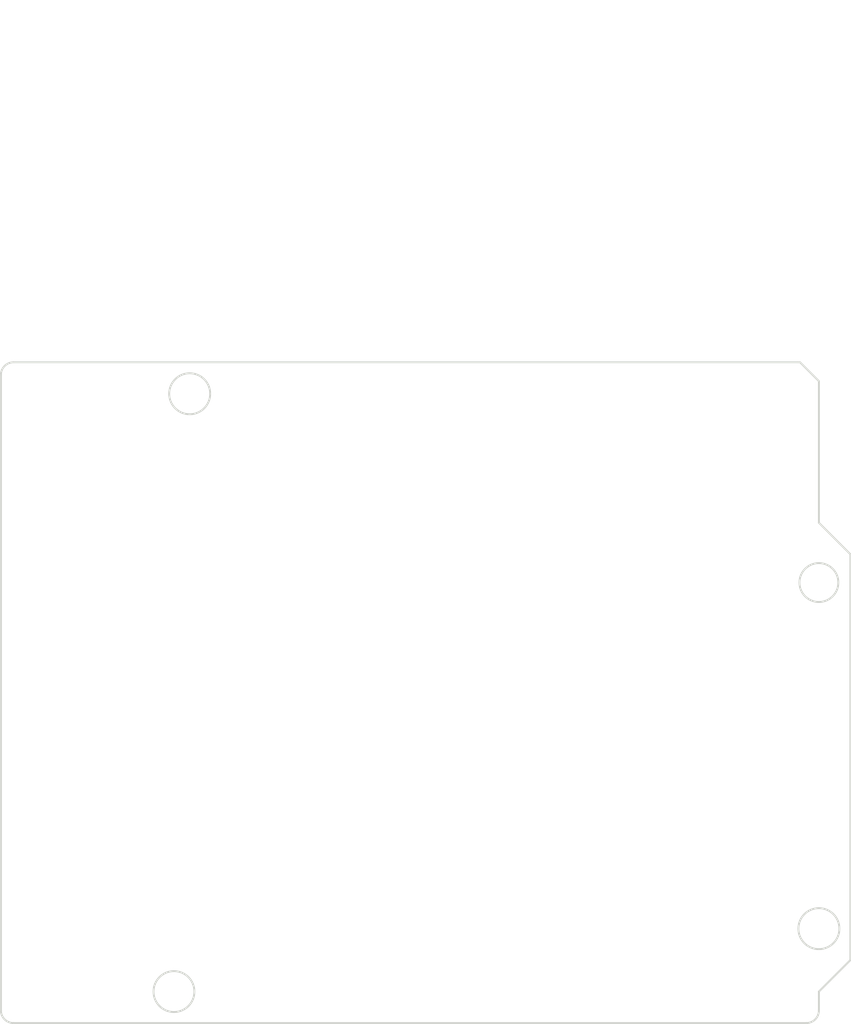
<source format=kicad_pcb>
(kicad_pcb (version 20160815) (host pcbnew no-vcs-found-undefined)

  (general
    (links 0)
    (no_connects 0)
    (area 105.969999 29.407502 174.700001 118.439001)
    (thickness 1.6)
    (drawings 949)
    (tracks 0)
    (zones 0)
    (modules 0)
    (nets 1)
  )

  (page A4)
  (layers
    (0 F.Cu signal)
    (31 B.Cu signal)
    (32 B.Adhes user)
    (33 F.Adhes user)
    (34 B.Paste user)
    (35 F.Paste user)
    (36 B.SilkS user)
    (37 F.SilkS user)
    (38 B.Mask user)
    (39 F.Mask user)
    (40 Dwgs.User user)
    (41 Cmts.User user)
    (42 Eco1.User user)
    (43 Eco2.User user)
    (44 Edge.Cuts user)
    (45 Margin user)
    (46 B.CrtYd user)
    (47 F.CrtYd user)
    (48 B.Fab user)
    (49 F.Fab user)
  )

  (setup
    (last_trace_width 0.25)
    (trace_clearance 0.2)
    (zone_clearance 0.508)
    (zone_45_only no)
    (trace_min 0.2)
    (segment_width 0.2)
    (edge_width 0.15)
    (via_size 0.8)
    (via_drill 0.4)
    (via_min_size 0.4)
    (via_min_drill 0.3)
    (uvia_size 0.3)
    (uvia_drill 0.1)
    (uvias_allowed no)
    (uvia_min_size 0.2)
    (uvia_min_drill 0.1)
    (pcb_text_width 0.3)
    (pcb_text_size 1.5 1.5)
    (mod_edge_width 0.15)
    (mod_text_size 1 1)
    (mod_text_width 0.15)
    (pad_size 1.524 1.524)
    (pad_drill 0.762)
    (pad_to_mask_clearance 0.2)
    (aux_axis_origin 0 0)
    (visible_elements FFFFFF7F)
    (pcbplotparams
      (layerselection 0x00030_ffffffff)
      (usegerberextensions false)
      (excludeedgelayer true)
      (linewidth 0.100000)
      (plotframeref false)
      (viasonmask false)
      (mode 1)
      (useauxorigin false)
      (hpglpennumber 1)
      (hpglpenspeed 20)
      (hpglpendiameter 15)
      (psnegative false)
      (psa4output false)
      (plotreference true)
      (plotvalue true)
      (plotinvisibletext false)
      (padsonsilk false)
      (subtractmaskfromsilk false)
      (outputformat 1)
      (mirror false)
      (drillshape 1)
      (scaleselection 1)
      (outputdirectory ""))
  )

  (net 0 "")

  (net_class Default "This is the default net class."
    (clearance 0.2)
    (trace_width 0.25)
    (via_dia 0.8)
    (via_drill 0.4)
    (uvia_dia 0.3)
    (uvia_drill 0.1)
    (diff_pair_gap 0.25)
    (diff_pair_width 0.2)
  )

  (gr_circle (center 124.786338 61.193472) (end 124.659338 59.542472) (layer Edge.Cuts) (width 0.15))
  (gr_circle (center 175.586338 76.433472) (end 175.205338 74.909472) (layer Edge.Cuts) (width 0.15))
  (gr_circle (center 123.516338 109.453472) (end 123.516338 107.802472) (layer Edge.Cuts) (width 0.15))
  (gr_circle (center 175.586338 104.373472) (end 175.459338 102.722472) (layer Edge.Cuts) (width 0.15))
  (gr_line (start 175.586338 109.453472) (end 175.586338 110.977472) (layer Edge.Cuts) (width 0.15))
  (gr_line (start 110.562338 111.993472) (end 174.570338 111.993472) (layer Edge.Cuts) (width 0.15))
  (gr_line (start 109.546338 59.669472) (end 109.546338 110.977472) (layer Edge.Cuts) (width 0.15))
  (gr_arc (start 110.562338 59.669472) (end 109.546338 59.669472) (angle 90) (layer Edge.Cuts) (width 0.15))
  (gr_arc (start 110.562338 110.977472) (end 110.562338 111.993472) (angle 90) (layer Edge.Cuts) (width 0.15))
  (gr_arc (start 174.570338 110.977472) (end 175.586338 110.977472) (angle 90) (layer Edge.Cuts) (width 0.15))
  (gr_line (start 178.126338 106.913472) (end 175.586338 109.453472) (layer Edge.Cuts) (width 0.15))
  (gr_line (start 178.126338 74.147472) (end 178.126338 106.913472) (layer Edge.Cuts) (width 0.15))
  (gr_line (start 175.586338 71.607472) (end 178.126338 74.147472) (layer Edge.Cuts) (width 0.15))
  (gr_line (start 175.586338 60.177472) (end 175.586338 71.607472) (layer Edge.Cuts) (width 0.15))
  (gr_line (start 174.062338 58.653472) (end 175.586338 60.177472) (layer Edge.Cuts) (width 0.15))
  (gr_line (start 110.562338 58.653472) (end 174.062338 58.653472) (layer Edge.Cuts) (width 0.15))
  (gr_line (start 150.423748 39.292184) (end 150.486049 39.280631) (layer Dwgs.User) (width 0.1))
  (gr_line (start 150.227941 39.318731) (end 150.294707 39.311236) (layer Dwgs.User) (width 0.1))
  (gr_line (start 150.60627 39.253486) (end 150.664217 39.237898) (layer Dwgs.User) (width 0.1))
  (gr_line (start 150.546885 39.267731) (end 150.60627 39.253486) (layer Dwgs.User) (width 0.1))
  (gr_line (start 150.486049 39.280631) (end 150.546885 39.267731) (layer Dwgs.User) (width 0.1))
  (gr_line (start 152.003997 36.799858) (end 152.005564 36.63691) (layer Dwgs.User) (width 0.1))
  (gr_line (start 151.99923 36.957928) (end 152.003997 36.799858) (layer Dwgs.User) (width 0.1))
  (gr_line (start 151.991161 37.1111) (end 151.99923 36.957928) (layer Dwgs.User) (width 0.1))
  (gr_line (start 151.979692 37.259356) (end 151.991161 37.1111) (layer Dwgs.User) (width 0.1))
  (gr_line (start 151.964721 37.402675) (end 151.979692 37.259356) (layer Dwgs.User) (width 0.1))
  (gr_line (start 151.946149 37.54104) (end 151.964721 37.402675) (layer Dwgs.User) (width 0.1))
  (gr_line (start 151.923875 37.674429) (end 151.946149 37.54104) (layer Dwgs.User) (width 0.1))
  (gr_line (start 151.911319 37.739252) (end 151.923875 37.674429) (layer Dwgs.User) (width 0.1))
  (gr_line (start 151.8978 37.802824) (end 151.911319 37.739252) (layer Dwgs.User) (width 0.1))
  (gr_line (start 151.883306 37.865143) (end 151.8978 37.802824) (layer Dwgs.User) (width 0.1))
  (gr_line (start 151.867823 37.926206) (end 151.883306 37.865143) (layer Dwgs.User) (width 0.1))
  (gr_line (start 151.851341 37.986011) (end 151.867823 37.926206) (layer Dwgs.User) (width 0.1))
  (gr_line (start 151.833845 38.044555) (end 151.851341 37.986011) (layer Dwgs.User) (width 0.1))
  (gr_line (start 151.815323 38.101836) (end 151.833845 38.044555) (layer Dwgs.User) (width 0.1))
  (gr_line (start 151.795764 38.157851) (end 151.815323 38.101836) (layer Dwgs.User) (width 0.1))
  (gr_line (start 151.775154 38.212599) (end 151.795764 38.157851) (layer Dwgs.User) (width 0.1))
  (gr_line (start 151.753481 38.266077) (end 151.775154 38.212599) (layer Dwgs.User) (width 0.1))
  (gr_line (start 151.730733 38.318281) (end 151.753481 38.266077) (layer Dwgs.User) (width 0.1))
  (gr_line (start 151.706896 38.369211) (end 151.730733 38.318281) (layer Dwgs.User) (width 0.1))
  (gr_line (start 151.681959 38.418863) (end 151.706896 38.369211) (layer Dwgs.User) (width 0.1))
  (gr_line (start 151.655909 38.467235) (end 151.681959 38.418863) (layer Dwgs.User) (width 0.1))
  (gr_line (start 151.628733 38.514325) (end 151.655909 38.467235) (layer Dwgs.User) (width 0.1))
  (gr_line (start 151.600419 38.56013) (end 151.628733 38.514325) (layer Dwgs.User) (width 0.1))
  (gr_line (start 151.570954 38.604648) (end 151.600419 38.56013) (layer Dwgs.User) (width 0.1))
  (gr_line (start 151.540326 38.647876) (end 151.570954 38.604648) (layer Dwgs.User) (width 0.1))
  (gr_line (start 151.508522 38.689813) (end 151.540326 38.647876) (layer Dwgs.User) (width 0.1))
  (gr_line (start 151.47553 38.730454) (end 151.508522 38.689813) (layer Dwgs.User) (width 0.1))
  (gr_line (start 151.441337 38.769799) (end 151.47553 38.730454) (layer Dwgs.User) (width 0.1))
  (gr_line (start 151.405931 38.807845) (end 151.441337 38.769799) (layer Dwgs.User) (width 0.1))
  (gr_line (start 151.3693 38.844589) (end 151.405931 38.807845) (layer Dwgs.User) (width 0.1))
  (gr_line (start 151.33143 38.880028) (end 151.3693 38.844589) (layer Dwgs.User) (width 0.1))
  (gr_line (start 151.292309 38.914161) (end 151.33143 38.880028) (layer Dwgs.User) (width 0.1))
  (gr_line (start 151.272275 38.930737) (end 151.292309 38.914161) (layer Dwgs.User) (width 0.1))
  (gr_line (start 151.251925 38.946986) (end 151.272275 38.930737) (layer Dwgs.User) (width 0.1))
  (gr_line (start 151.210264 38.978499) (end 151.251925 38.946986) (layer Dwgs.User) (width 0.1))
  (gr_line (start 151.167316 39.008698) (end 151.210264 38.978499) (layer Dwgs.User) (width 0.1))
  (gr_line (start 151.123067 39.037581) (end 151.167316 39.008698) (layer Dwgs.User) (width 0.1))
  (gr_line (start 151.077504 39.065145) (end 151.123067 39.037581) (layer Dwgs.User) (width 0.1))
  (gr_line (start 151.030615 39.091388) (end 151.077504 39.065145) (layer Dwgs.User) (width 0.1))
  (gr_line (start 150.982388 39.116308) (end 151.030615 39.091388) (layer Dwgs.User) (width 0.1))
  (gr_line (start 150.93281 39.139902) (end 150.982388 39.116308) (layer Dwgs.User) (width 0.1))
  (gr_line (start 150.881868 39.162167) (end 150.93281 39.139902) (layer Dwgs.User) (width 0.1))
  (gr_line (start 150.829551 39.183102) (end 150.881868 39.162167) (layer Dwgs.User) (width 0.1))
  (gr_line (start 130.785913 37.885349) (end 130.801785 37.82179) (layer Dwgs.User) (width 0.1))
  (gr_line (start 130.136428 38.904169) (end 130.157454 38.889574) (layer Dwgs.User) (width 0.1))
  (gr_line (start 130.115079 38.918422) (end 130.136428 38.904169) (layer Dwgs.User) (width 0.1))
  (gr_line (start 130.093405 38.932334) (end 130.115079 38.918422) (layer Dwgs.User) (width 0.1))
  (gr_line (start 130.071405 38.945907) (end 130.093405 38.932334) (layer Dwgs.User) (width 0.1))
  (gr_line (start 130.049078 38.959142) (end 130.071405 38.945907) (layer Dwgs.User) (width 0.1))
  (gr_line (start 130.026421 38.97204) (end 130.049078 38.959142) (layer Dwgs.User) (width 0.1))
  (gr_line (start 129.980116 38.996833) (end 130.026421 38.97204) (layer Dwgs.User) (width 0.1))
  (gr_line (start 129.932476 39.020299) (end 129.980116 38.996833) (layer Dwgs.User) (width 0.1))
  (gr_line (start 129.88349 39.042449) (end 129.932476 39.020299) (layer Dwgs.User) (width 0.1))
  (gr_line (start 129.833146 39.063296) (end 129.88349 39.042449) (layer Dwgs.User) (width 0.1))
  (gr_line (start 129.781431 39.082852) (end 129.833146 39.063296) (layer Dwgs.User) (width 0.1))
  (gr_line (start 129.728334 39.101129) (end 129.781431 39.082852) (layer Dwgs.User) (width 0.1))
  (gr_line (start 129.673841 39.118139) (end 129.728334 39.101129) (layer Dwgs.User) (width 0.1))
  (gr_line (start 129.617942 39.133894) (end 129.673841 39.118139) (layer Dwgs.User) (width 0.1))
  (gr_line (start 129.560624 39.148406) (end 129.617942 39.133894) (layer Dwgs.User) (width 0.1))
  (gr_line (start 127.407372 38.905747) (end 127.428006 38.9197) (layer Dwgs.User) (width 0.1))
  (gr_line (start 127.386998 38.891442) (end 127.407372 38.905747) (layer Dwgs.User) (width 0.1))
  (gr_line (start 127.366885 38.876782) (end 127.386998 38.891442) (layer Dwgs.User) (width 0.1))
  (gr_line (start 127.347033 38.861765) (end 127.366885 38.876782) (layer Dwgs.User) (width 0.1))
  (gr_line (start 127.327443 38.846388) (end 127.347033 38.861765) (layer Dwgs.User) (width 0.1))
  (gr_line (start 127.308113 38.830647) (end 127.327443 38.846388) (layer Dwgs.User) (width 0.1))
  (gr_line (start 127.289045 38.814541) (end 127.308113 38.830647) (layer Dwgs.User) (width 0.1))
  (gr_line (start 127.270237 38.798066) (end 127.289045 38.814541) (layer Dwgs.User) (width 0.1))
  (gr_line (start 127.251692 38.78122) (end 127.270237 38.798066) (layer Dwgs.User) (width 0.1))
  (gr_line (start 127.233407 38.763999) (end 127.251692 38.78122) (layer Dwgs.User) (width 0.1))
  (gr_line (start 127.215384 38.746401) (end 127.233407 38.763999) (layer Dwgs.User) (width 0.1))
  (gr_line (start 127.197622 38.728424) (end 127.215384 38.746401) (layer Dwgs.User) (width 0.1))
  (gr_line (start 127.180122 38.710064) (end 127.197622 38.728424) (layer Dwgs.User) (width 0.1))
  (gr_line (start 127.162883 38.691319) (end 127.180122 38.710064) (layer Dwgs.User) (width 0.1))
  (gr_line (start 127.145906 38.672186) (end 127.162883 38.691319) (layer Dwgs.User) (width 0.1))
  (gr_line (start 130.908808 40.697008) (end 130.814601 40.735618) (layer Dwgs.User) (width 0.1))
  (gr_line (start 132.126305 39.859726) (end 132.05768 39.931209) (layer Dwgs.User) (width 0.1))
  (gr_line (start 132.192966 39.785912) (end 132.126305 39.859726) (layer Dwgs.User) (width 0.1))
  (gr_line (start 132.257632 39.70975) (end 132.192966 39.785912) (layer Dwgs.User) (width 0.1))
  (gr_line (start 132.320268 39.631223) (end 132.257632 39.70975) (layer Dwgs.User) (width 0.1))
  (gr_line (start 132.380844 39.550314) (end 132.320268 39.631223) (layer Dwgs.User) (width 0.1))
  (gr_line (start 132.439327 39.467005) (end 132.380844 39.550314) (layer Dwgs.User) (width 0.1))
  (gr_line (start 132.495685 39.381279) (end 132.439327 39.467005) (layer Dwgs.User) (width 0.1))
  (gr_line (start 132.549885 39.293118) (end 132.495685 39.381279) (layer Dwgs.User) (width 0.1))
  (gr_line (start 132.601895 39.202505) (end 132.549885 39.293118) (layer Dwgs.User) (width 0.1))
  (gr_line (start 132.651683 39.109423) (end 132.601895 39.202505) (layer Dwgs.User) (width 0.1))
  (gr_line (start 132.699216 39.013854) (end 132.651683 39.109423) (layer Dwgs.User) (width 0.1))
  (gr_line (start 132.744463 38.915781) (end 132.699216 39.013854) (layer Dwgs.User) (width 0.1))
  (gr_line (start 132.78739 38.815187) (end 132.744463 38.915781) (layer Dwgs.User) (width 0.1))
  (gr_line (start 132.827966 38.712054) (end 132.78739 38.815187) (layer Dwgs.User) (width 0.1))
  (gr_line (start 132.866158 38.606365) (end 132.827966 38.712054) (layer Dwgs.User) (width 0.1))
  (gr_line (start 148.725944 32.358293) (end 148.837596 32.333704) (layer Dwgs.User) (width 0.1))
  (gr_line (start 148.61579 32.385332) (end 148.725944 32.358293) (layer Dwgs.User) (width 0.1))
  (gr_line (start 148.507155 32.414795) (end 148.61579 32.385332) (layer Dwgs.User) (width 0.1))
  (gr_line (start 148.400058 32.446657) (end 148.507155 32.414795) (layer Dwgs.User) (width 0.1))
  (gr_line (start 148.294521 32.480891) (end 148.400058 32.446657) (layer Dwgs.User) (width 0.1))
  (gr_line (start 148.190564 32.51747) (end 148.294521 32.480891) (layer Dwgs.User) (width 0.1))
  (gr_line (start 148.088208 32.556369) (end 148.190564 32.51747) (layer Dwgs.User) (width 0.1))
  (gr_line (start 147.987474 32.597561) (end 148.088208 32.556369) (layer Dwgs.User) (width 0.1))
  (gr_line (start 147.888381 32.64102) (end 147.987474 32.597561) (layer Dwgs.User) (width 0.1))
  (gr_line (start 147.790951 32.686719) (end 147.888381 32.64102) (layer Dwgs.User) (width 0.1))
  (gr_line (start 147.695204 32.734634) (end 147.790951 32.686719) (layer Dwgs.User) (width 0.1))
  (gr_line (start 147.601161 32.784736) (end 147.695204 32.734634) (layer Dwgs.User) (width 0.1))
  (gr_line (start 147.508842 32.837) (end 147.601161 32.784736) (layer Dwgs.User) (width 0.1))
  (gr_line (start 147.418268 32.891401) (end 147.508842 32.837) (layer Dwgs.User) (width 0.1))
  (gr_line (start 147.32946 32.94791) (end 147.418268 32.891401) (layer Dwgs.User) (width 0.1))
  (gr_line (start 147.242438 33.006503) (end 147.32946 32.94791) (layer Dwgs.User) (width 0.1))
  (gr_line (start 147.157222 33.067154) (end 147.242438 33.006503) (layer Dwgs.User) (width 0.1))
  (gr_line (start 147.073834 33.129834) (end 147.157222 33.067154) (layer Dwgs.User) (width 0.1))
  (gr_line (start 146.992294 33.19452) (end 147.073834 33.129834) (layer Dwgs.User) (width 0.1))
  (gr_line (start 146.912622 33.261184) (end 146.992294 33.19452) (layer Dwgs.User) (width 0.1))
  (gr_line (start 146.834839 33.3298) (end 146.912622 33.261184) (layer Dwgs.User) (width 0.1))
  (gr_line (start 146.758966 33.400342) (end 146.834839 33.3298) (layer Dwgs.User) (width 0.1))
  (gr_line (start 146.685024 33.472783) (end 146.758966 33.400342) (layer Dwgs.User) (width 0.1))
  (gr_line (start 146.613032 33.547098) (end 146.685024 33.472783) (layer Dwgs.User) (width 0.1))
  (gr_line (start 146.543011 33.62326) (end 146.613032 33.547098) (layer Dwgs.User) (width 0.1))
  (gr_line (start 146.474983 33.701243) (end 146.543011 33.62326) (layer Dwgs.User) (width 0.1))
  (gr_line (start 146.408967 33.781021) (end 146.474983 33.701243) (layer Dwgs.User) (width 0.1))
  (gr_line (start 146.344985 33.862567) (end 146.408967 33.781021) (layer Dwgs.User) (width 0.1))
  (gr_line (start 146.283056 33.945855) (end 146.344985 33.862567) (layer Dwgs.User) (width 0.1))
  (gr_line (start 146.223202 34.030859) (end 146.283056 33.945855) (layer Dwgs.User) (width 0.1))
  (gr_line (start 146.165442 34.117553) (end 146.223202 34.030859) (layer Dwgs.User) (width 0.1))
  (gr_line (start 146.109799 34.205911) (end 146.165442 34.117553) (layer Dwgs.User) (width 0.1))
  (gr_line (start 146.056291 34.295905) (end 146.109799 34.205911) (layer Dwgs.User) (width 0.1))
  (gr_line (start 146.00494 34.387511) (end 146.056291 34.295905) (layer Dwgs.User) (width 0.1))
  (gr_line (start 145.955767 34.480702) (end 146.00494 34.387511) (layer Dwgs.User) (width 0.1))
  (gr_line (start 145.908792 34.575451) (end 145.955767 34.480702) (layer Dwgs.User) (width 0.1))
  (gr_line (start 145.864035 34.671732) (end 145.908792 34.575451) (layer Dwgs.User) (width 0.1))
  (gr_line (start 145.821517 34.76952) (end 145.864035 34.671732) (layer Dwgs.User) (width 0.1))
  (gr_line (start 145.781259 34.868787) (end 145.821517 34.76952) (layer Dwgs.User) (width 0.1))
  (gr_line (start 145.743282 34.969508) (end 145.781259 34.868787) (layer Dwgs.User) (width 0.1))
  (gr_line (start 145.707605 35.071656) (end 145.743282 34.969508) (layer Dwgs.User) (width 0.1))
  (gr_line (start 145.67425 35.175205) (end 145.707605 35.071656) (layer Dwgs.User) (width 0.1))
  (gr_line (start 145.643237 35.28013) (end 145.67425 35.175205) (layer Dwgs.User) (width 0.1))
  (gr_line (start 145.614587 35.386402) (end 145.643237 35.28013) (layer Dwgs.User) (width 0.1))
  (gr_line (start 145.58832 35.493998) (end 145.614587 35.386402) (layer Dwgs.User) (width 0.1))
  (gr_line (start 145.564456 35.602889) (end 145.58832 35.493998) (layer Dwgs.User) (width 0.1))
  (gr_line (start 145.543018 35.71305) (end 145.564456 35.602889) (layer Dwgs.User) (width 0.1))
  (gr_line (start 145.524024 35.824455) (end 145.543018 35.71305) (layer Dwgs.User) (width 0.1))
  (gr_line (start 145.507496 35.937078) (end 145.524024 35.824455) (layer Dwgs.User) (width 0.1))
  (gr_line (start 145.493455 36.050891) (end 145.507496 35.937078) (layer Dwgs.User) (width 0.1))
  (gr_line (start 145.48192 36.16587) (end 145.493455 36.050891) (layer Dwgs.User) (width 0.1))
  (gr_line (start 145.472913 36.281987) (end 145.48192 36.16587) (layer Dwgs.User) (width 0.1))
  (gr_line (start 145.466453 36.399217) (end 145.472913 36.281987) (layer Dwgs.User) (width 0.1))
  (gr_line (start 145.462562 36.517533) (end 145.466453 36.399217) (layer Dwgs.User) (width 0.1))
  (gr_line (start 145.461261 36.63691) (end 145.462562 36.517533) (layer Dwgs.User) (width 0.1))
  (gr_line (start 145.462537 36.769148) (end 145.461261 36.63691) (layer Dwgs.User) (width 0.1))
  (gr_line (start 145.466353 36.899594) (end 145.462537 36.769148) (layer Dwgs.User) (width 0.1))
  (gr_line (start 145.472692 37.028238) (end 145.466353 36.899594) (layer Dwgs.User) (width 0.1))
  (gr_line (start 145.481536 37.155071) (end 145.472692 37.028238) (layer Dwgs.User) (width 0.1))
  (gr_line (start 128.139696 39.1837) (end 128.196835 39.192803) (layer Dwgs.User) (width 0.1))
  (gr_line (start 128.083595 39.173522) (end 128.139696 39.1837) (layer Dwgs.User) (width 0.1))
  (gr_line (start 128.028532 39.162248) (end 128.083595 39.173522) (layer Dwgs.User) (width 0.1))
  (gr_line (start 127.974508 39.149854) (end 128.028532 39.162248) (layer Dwgs.User) (width 0.1))
  (gr_line (start 127.921523 39.136319) (end 127.974508 39.149854) (layer Dwgs.User) (width 0.1))
  (gr_line (start 127.869577 39.12162) (end 127.921523 39.136319) (layer Dwgs.User) (width 0.1))
  (gr_line (start 127.818671 39.105735) (end 127.869577 39.12162) (layer Dwgs.User) (width 0.1))
  (gr_line (start 127.768805 39.088642) (end 127.818671 39.105735) (layer Dwgs.User) (width 0.1))
  (gr_line (start 127.71998 39.070319) (end 127.768805 39.088642) (layer Dwgs.User) (width 0.1))
  (gr_line (start 127.672196 39.050744) (end 127.71998 39.070319) (layer Dwgs.User) (width 0.1))
  (gr_line (start 127.625453 39.029894) (end 127.672196 39.050744) (layer Dwgs.User) (width 0.1))
  (gr_line (start 127.579751 39.007747) (end 127.625453 39.029894) (layer Dwgs.User) (width 0.1))
  (gr_line (start 127.535092 38.984281) (end 127.579751 39.007747) (layer Dwgs.User) (width 0.1))
  (gr_line (start 127.491476 38.959474) (end 127.535092 38.984281) (layer Dwgs.User) (width 0.1))
  (gr_line (start 127.448902 38.933303) (end 127.491476 38.959474) (layer Dwgs.User) (width 0.1))
  (gr_line (start 124.331469 37.049563) (end 124.330079 36.901493) (layer Dwgs.User) (width 0.1))
  (gr_line (start 124.335618 37.194456) (end 124.331469 37.049563) (layer Dwgs.User) (width 0.1))
  (gr_line (start 124.342495 37.336199) (end 124.335618 37.194456) (layer Dwgs.User) (width 0.1))
  (gr_line (start 124.352069 37.474819) (end 124.342495 37.336199) (layer Dwgs.User) (width 0.1))
  (gr_line (start 124.364307 37.610342) (end 124.352069 37.474819) (layer Dwgs.User) (width 0.1))
  (gr_line (start 124.379178 37.742797) (end 124.364307 37.610342) (layer Dwgs.User) (width 0.1))
  (gr_line (start 124.396651 37.872209) (end 124.379178 37.742797) (layer Dwgs.User) (width 0.1))
  (gr_line (start 124.416695 37.998607) (end 124.396651 37.872209) (layer Dwgs.User) (width 0.1))
  (gr_line (start 124.439277 38.122017) (end 124.416695 37.998607) (layer Dwgs.User) (width 0.1))
  (gr_line (start 124.464366 38.242466) (end 124.439277 38.122017) (layer Dwgs.User) (width 0.1))
  (gr_line (start 124.491932 38.359981) (end 124.464366 38.242466) (layer Dwgs.User) (width 0.1))
  (gr_line (start 124.521941 38.47459) (end 124.491932 38.359981) (layer Dwgs.User) (width 0.1))
  (gr_line (start 124.554364 38.586319) (end 124.521941 38.47459) (layer Dwgs.User) (width 0.1))
  (gr_line (start 124.589167 38.695195) (end 124.554364 38.586319) (layer Dwgs.User) (width 0.1))
  (gr_line (start 124.626321 38.801246) (end 124.589167 38.695195) (layer Dwgs.User) (width 0.1))
  (gr_line (start 141.741714 32.43945) (end 141.803572 32.463638) (layer Dwgs.User) (width 0.1))
  (gr_line (start 141.679238 32.416673) (end 141.741714 32.43945) (layer Dwgs.User) (width 0.1))
  (gr_line (start 141.616177 32.395291) (end 141.679238 32.416673) (layer Dwgs.User) (width 0.1))
  (gr_line (start 141.552566 32.375283) (end 141.616177 32.395291) (layer Dwgs.User) (width 0.1))
  (gr_line (start 141.488438 32.356632) (end 141.552566 32.375283) (layer Dwgs.User) (width 0.1))
  (gr_line (start 141.423827 32.339319) (end 141.488438 32.356632) (layer Dwgs.User) (width 0.1))
  (gr_line (start 141.358767 32.323326) (end 141.423827 32.339319) (layer Dwgs.User) (width 0.1))
  (gr_line (start 141.293293 32.308633) (end 141.358767 32.323326) (layer Dwgs.User) (width 0.1))
  (gr_line (start 141.227437 32.295222) (end 141.293293 32.308633) (layer Dwgs.User) (width 0.1))
  (gr_line (start 141.161234 32.283075) (end 141.227437 32.295222) (layer Dwgs.User) (width 0.1))
  (gr_line (start 141.094718 32.272173) (end 141.161234 32.283075) (layer Dwgs.User) (width 0.1))
  (gr_line (start 141.027923 32.262497) (end 141.094718 32.272173) (layer Dwgs.User) (width 0.1))
  (gr_line (start 140.960882 32.254029) (end 141.027923 32.262497) (layer Dwgs.User) (width 0.1))
  (gr_line (start 140.89363 32.246751) (end 140.960882 32.254029) (layer Dwgs.User) (width 0.1))
  (gr_line (start 140.758627 32.235687) (end 140.89363 32.246751) (layer Dwgs.User) (width 0.1))
  (gr_line (start 140.623186 32.229158) (end 140.758627 32.235687) (layer Dwgs.User) (width 0.1))
  (gr_line (start 140.133802 34.29387) (end 140.098006 34.287397) (layer Dwgs.User) (width 0.1))
  (gr_line (start 140.169134 34.301011) (end 140.133802 34.29387) (layer Dwgs.User) (width 0.1))
  (gr_line (start 140.203994 34.308837) (end 140.169134 34.301011) (layer Dwgs.User) (width 0.1))
  (gr_line (start 140.238373 34.317366) (end 140.203994 34.308837) (layer Dwgs.User) (width 0.1))
  (gr_line (start 140.272264 34.326615) (end 140.238373 34.317366) (layer Dwgs.User) (width 0.1))
  (gr_line (start 140.305657 34.3366) (end 140.272264 34.326615) (layer Dwgs.User) (width 0.1))
  (gr_line (start 140.338544 34.347339) (end 140.305657 34.3366) (layer Dwgs.User) (width 0.1))
  (gr_line (start 140.370916 34.358848) (end 140.338544 34.347339) (layer Dwgs.User) (width 0.1))
  (gr_line (start 140.402766 34.371144) (end 140.370916 34.358848) (layer Dwgs.User) (width 0.1))
  (gr_line (start 140.434085 34.384245) (end 140.402766 34.371144) (layer Dwgs.User) (width 0.1))
  (gr_line (start 140.464863 34.398167) (end 140.434085 34.384245) (layer Dwgs.User) (width 0.1))
  (gr_line (start 140.495093 34.412927) (end 140.464863 34.398167) (layer Dwgs.User) (width 0.1))
  (gr_line (start 140.524767 34.428542) (end 140.495093 34.412927) (layer Dwgs.User) (width 0.1))
  (gr_line (start 140.553875 34.445029) (end 140.524767 34.428542) (layer Dwgs.User) (width 0.1))
  (gr_line (start 140.582409 34.462405) (end 140.553875 34.445029) (layer Dwgs.User) (width 0.1))
  (gr_line (start 140.610362 34.480687) (end 140.582409 34.462405) (layer Dwgs.User) (width 0.1))
  (gr_line (start 140.637723 34.499892) (end 140.610362 34.480687) (layer Dwgs.User) (width 0.1))
  (gr_line (start 132.901934 38.498103) (end 132.866158 38.606365) (layer Dwgs.User) (width 0.1))
  (gr_line (start 132.935262 38.38725) (end 132.901934 38.498103) (layer Dwgs.User) (width 0.1))
  (gr_line (start 132.966109 38.273788) (end 132.935262 38.38725) (layer Dwgs.User) (width 0.1))
  (gr_line (start 132.994443 38.157701) (end 132.966109 38.273788) (layer Dwgs.User) (width 0.1))
  (gr_line (start 133.020232 38.038972) (end 132.994443 38.157701) (layer Dwgs.User) (width 0.1))
  (gr_line (start 133.043444 37.917582) (end 133.020232 38.038972) (layer Dwgs.User) (width 0.1))
  (gr_line (start 133.064046 37.793514) (end 133.043444 37.917582) (layer Dwgs.User) (width 0.1))
  (gr_line (start 133.082005 37.666752) (end 133.064046 37.793514) (layer Dwgs.User) (width 0.1))
  (gr_line (start 133.097291 37.537277) (end 133.082005 37.666752) (layer Dwgs.User) (width 0.1))
  (gr_line (start 133.109869 37.405072) (end 133.097291 37.537277) (layer Dwgs.User) (width 0.1))
  (gr_line (start 133.119709 37.270121) (end 133.109869 37.405072) (layer Dwgs.User) (width 0.1))
  (gr_line (start 133.126777 37.132405) (end 133.119709 37.270121) (layer Dwgs.User) (width 0.1))
  (gr_line (start 149.782262 32.228367) (end 149.906468 32.227015) (layer Dwgs.User) (width 0.1))
  (gr_line (start 149.659369 32.232406) (end 149.782262 32.228367) (layer Dwgs.User) (width 0.1))
  (gr_line (start 149.537809 32.239106) (end 149.659369 32.232406) (layer Dwgs.User) (width 0.1))
  (gr_line (start 149.417602 32.248439) (end 149.537809 32.239106) (layer Dwgs.User) (width 0.1))
  (gr_line (start 149.29877 32.260381) (end 149.417602 32.248439) (layer Dwgs.User) (width 0.1))
  (gr_line (start 149.181333 32.274905) (end 149.29877 32.260381) (layer Dwgs.User) (width 0.1))
  (gr_line (start 149.065311 32.291984) (end 149.181333 32.274905) (layer Dwgs.User) (width 0.1))
  (gr_line (start 148.950725 32.311592) (end 149.065311 32.291984) (layer Dwgs.User) (width 0.1))
  (gr_line (start 148.837596 32.333704) (end 148.950725 32.311592) (layer Dwgs.User) (width 0.1))
  (gr_line (start 140.487577 32.227015) (end 140.623186 32.229158) (layer Dwgs.User) (width 0.1))
  (gr_line (start 140.391353 32.228159) (end 140.487577 32.227015) (layer Dwgs.User) (width 0.1))
  (gr_line (start 140.29457 32.231615) (end 140.391353 32.228159) (layer Dwgs.User) (width 0.1))
  (gr_line (start 140.197291 32.237422) (end 140.29457 32.231615) (layer Dwgs.User) (width 0.1))
  (gr_line (start 140.099576 32.24562) (end 140.197291 32.237422) (layer Dwgs.User) (width 0.1))
  (gr_line (start 140.001486 32.256247) (end 140.099576 32.24562) (layer Dwgs.User) (width 0.1))
  (gr_line (start 139.903084 32.269341) (end 140.001486 32.256247) (layer Dwgs.User) (width 0.1))
  (gr_line (start 139.80443 32.284941) (end 139.903084 32.269341) (layer Dwgs.User) (width 0.1))
  (gr_line (start 139.705586 32.303087) (end 139.80443 32.284941) (layer Dwgs.User) (width 0.1))
  (gr_line (start 139.606613 32.323817) (end 139.705586 32.303087) (layer Dwgs.User) (width 0.1))
  (gr_line (start 139.507572 32.347169) (end 139.606613 32.323817) (layer Dwgs.User) (width 0.1))
  (gr_line (start 139.408525 32.373182) (end 139.507572 32.347169) (layer Dwgs.User) (width 0.1))
  (gr_line (start 139.309533 32.401895) (end 139.408525 32.373182) (layer Dwgs.User) (width 0.1))
  (gr_line (start 139.210657 32.433347) (end 139.309533 32.401895) (layer Dwgs.User) (width 0.1))
  (gr_line (start 139.111959 32.467577) (end 139.210657 32.433347) (layer Dwgs.User) (width 0.1))
  (gr_line (start 139.013501 32.504623) (end 139.111959 32.467577) (layer Dwgs.User) (width 0.1))
  (gr_line (start 142.63416 33.008567) (end 142.68151 33.057878) (layer Dwgs.User) (width 0.1))
  (gr_line (start 142.585649 32.960966) (end 142.63416 33.008567) (layer Dwgs.User) (width 0.1))
  (gr_line (start 142.536011 32.915055) (end 142.585649 32.960966) (layer Dwgs.User) (width 0.1))
  (gr_line (start 142.48528 32.870817) (end 142.536011 32.915055) (layer Dwgs.User) (width 0.1))
  (gr_line (start 142.433489 32.828233) (end 142.48528 32.870817) (layer Dwgs.User) (width 0.1))
  (gr_line (start 142.380673 32.787284) (end 142.433489 32.828233) (layer Dwgs.User) (width 0.1))
  (gr_line (start 142.326865 32.747951) (end 142.380673 32.787284) (layer Dwgs.User) (width 0.1))
  (gr_line (start 142.2721 32.710216) (end 142.326865 32.747951) (layer Dwgs.User) (width 0.1))
  (gr_line (start 142.216411 32.674061) (end 142.2721 32.710216) (layer Dwgs.User) (width 0.1))
  (gr_line (start 142.159832 32.639467) (end 142.216411 32.674061) (layer Dwgs.User) (width 0.1))
  (gr_line (start 142.102397 32.606415) (end 142.159832 32.639467) (layer Dwgs.User) (width 0.1))
  (gr_line (start 142.04414 32.574886) (end 142.102397 32.606415) (layer Dwgs.User) (width 0.1))
  (gr_line (start 141.985096 32.544863) (end 142.04414 32.574886) (layer Dwgs.User) (width 0.1))
  (gr_line (start 141.925297 32.516326) (end 141.985096 32.544863) (layer Dwgs.User) (width 0.1))
  (gr_line (start 141.864778 32.489258) (end 141.925297 32.516326) (layer Dwgs.User) (width 0.1))
  (gr_line (start 141.803572 32.463638) (end 141.864778 32.489258) (layer Dwgs.User) (width 0.1))
  (gr_line (start 150.159662 39.324868) (end 150.227941 39.318731) (layer Dwgs.User) (width 0.1))
  (gr_line (start 150.720738 39.22097) (end 150.775845 39.202704) (layer Dwgs.User) (width 0.1))
  (gr_line (start 148.154004 38.369211) (end 148.180049 38.418863) (layer Dwgs.User) (width 0.1))
  (gr_line (start 148.128968 38.318281) (end 148.154004 38.369211) (layer Dwgs.User) (width 0.1))
  (gr_line (start 148.104938 38.266077) (end 148.128968 38.318281) (layer Dwgs.User) (width 0.1))
  (gr_line (start 148.081913 38.212599) (end 148.104938 38.266077) (layer Dwgs.User) (width 0.1))
  (gr_line (start 148.059891 38.157851) (end 148.081913 38.212599) (layer Dwgs.User) (width 0.1))
  (gr_line (start 148.038869 38.101836) (end 148.059891 38.157851) (layer Dwgs.User) (width 0.1))
  (gr_line (start 148.018845 38.044555) (end 148.038869 38.101836) (layer Dwgs.User) (width 0.1))
  (gr_line (start 147.999818 37.986011) (end 148.018845 38.044555) (layer Dwgs.User) (width 0.1))
  (gr_line (start 147.981786 37.926206) (end 147.999818 37.986011) (layer Dwgs.User) (width 0.1))
  (gr_line (start 147.964745 37.865143) (end 147.981786 37.926206) (layer Dwgs.User) (width 0.1))
  (gr_line (start 147.948695 37.802824) (end 147.964745 37.865143) (layer Dwgs.User) (width 0.1))
  (gr_line (start 147.933634 37.739252) (end 147.948695 37.802824) (layer Dwgs.User) (width 0.1))
  (gr_line (start 147.919559 37.674429) (end 147.933634 37.739252) (layer Dwgs.User) (width 0.1))
  (gr_line (start 147.906468 37.608357) (end 147.919559 37.674429) (layer Dwgs.User) (width 0.1))
  (gr_line (start 147.894359 37.54104) (end 147.906468 37.608357) (layer Dwgs.User) (width 0.1))
  (gr_line (start 147.873081 37.402675) (end 147.894359 37.54104) (layer Dwgs.User) (width 0.1))
  (gr_line (start 147.855707 37.259356) (end 147.873081 37.402675) (layer Dwgs.User) (width 0.1))
  (gr_line (start 147.842223 37.1111) (end 147.855707 37.259356) (layer Dwgs.User) (width 0.1))
  (gr_line (start 147.832611 36.957928) (end 147.842223 37.1111) (layer Dwgs.User) (width 0.1))
  (gr_line (start 147.826856 36.799858) (end 147.832611 36.957928) (layer Dwgs.User) (width 0.1))
  (gr_line (start 147.824941 36.63691) (end 147.826856 36.799858) (layer Dwgs.User) (width 0.1))
  (gr_line (start 147.826606 36.488086) (end 147.824941 36.63691) (layer Dwgs.User) (width 0.1))
  (gr_line (start 147.831642 36.342658) (end 147.826606 36.488086) (layer Dwgs.User) (width 0.1))
  (gr_line (start 147.840115 36.200711) (end 147.831642 36.342658) (layer Dwgs.User) (width 0.1))
  (gr_line (start 147.85209 36.062334) (end 147.840115 36.200711) (layer Dwgs.User) (width 0.1))
  (gr_line (start 147.86763 35.927613) (end 147.85209 36.062334) (layer Dwgs.User) (width 0.1))
  (gr_line (start 147.886801 35.796635) (end 147.86763 35.927613) (layer Dwgs.User) (width 0.1))
  (gr_line (start 147.909667 35.669488) (end 147.886801 35.796635) (layer Dwgs.User) (width 0.1))
  (gr_line (start 147.922506 35.607379) (end 147.909667 35.669488) (layer Dwgs.User) (width 0.1))
  (gr_line (start 131.001536 40.656327) (end 130.908808 40.697008) (layer Dwgs.User) (width 0.1))
  (gr_line (start 131.092753 40.613559) (end 131.001536 40.656327) (layer Dwgs.User) (width 0.1))
  (gr_line (start 131.182425 40.568686) (end 131.092753 40.613559) (layer Dwgs.User) (width 0.1))
  (gr_line (start 131.270521 40.521692) (end 131.182425 40.568686) (layer Dwgs.User) (width 0.1))
  (gr_line (start 131.357008 40.472557) (end 131.270521 40.521692) (layer Dwgs.User) (width 0.1))
  (gr_line (start 131.441855 40.421266) (end 131.357008 40.472557) (layer Dwgs.User) (width 0.1))
  (gr_line (start 131.525028 40.367801) (end 131.441855 40.421266) (layer Dwgs.User) (width 0.1))
  (gr_line (start 131.606496 40.312144) (end 131.525028 40.367801) (layer Dwgs.User) (width 0.1))
  (gr_line (start 131.686226 40.254279) (end 131.606496 40.312144) (layer Dwgs.User) (width 0.1))
  (gr_line (start 131.764186 40.194187) (end 131.686226 40.254279) (layer Dwgs.User) (width 0.1))
  (gr_line (start 131.840344 40.131851) (end 131.764186 40.194187) (layer Dwgs.User) (width 0.1))
  (gr_line (start 131.914667 40.067255) (end 131.840344 40.131851) (layer Dwgs.User) (width 0.1))
  (gr_line (start 131.987123 40.00038) (end 131.914667 40.067255) (layer Dwgs.User) (width 0.1))
  (gr_line (start 132.05768 39.931209) (end 131.987123 40.00038) (layer Dwgs.User) (width 0.1))
  (gr_line (start 127.129191 38.652662) (end 127.145906 38.672186) (layer Dwgs.User) (width 0.1))
  (gr_line (start 127.112737 38.632744) (end 127.129191 38.652662) (layer Dwgs.User) (width 0.1))
  (gr_line (start 127.080614 38.591717) (end 127.112737 38.632744) (layer Dwgs.User) (width 0.1))
  (gr_line (start 127.049539 38.549081) (end 127.080614 38.591717) (layer Dwgs.User) (width 0.1))
  (gr_line (start 127.019512 38.504816) (end 127.049539 38.549081) (layer Dwgs.User) (width 0.1))
  (gr_line (start 126.990533 38.458898) (end 127.019512 38.504816) (layer Dwgs.User) (width 0.1))
  (gr_line (start 126.962602 38.411306) (end 126.990533 38.458898) (layer Dwgs.User) (width 0.1))
  (gr_line (start 126.93572 38.362018) (end 126.962602 38.411306) (layer Dwgs.User) (width 0.1))
  (gr_line (start 126.909888 38.31101) (end 126.93572 38.362018) (layer Dwgs.User) (width 0.1))
  (gr_line (start 126.885105 38.258261) (end 126.909888 38.31101) (layer Dwgs.User) (width 0.1))
  (gr_line (start 126.861372 38.203749) (end 126.885105 38.258261) (layer Dwgs.User) (width 0.1))
  (gr_line (start 126.83869 38.147451) (end 126.861372 38.203749) (layer Dwgs.User) (width 0.1))
  (gr_line (start 126.817059 38.089346) (end 126.83869 38.147451) (layer Dwgs.User) (width 0.1))
  (gr_line (start 126.796479 38.029411) (end 126.817059 38.089346) (layer Dwgs.User) (width 0.1))
  (gr_line (start 126.776951 37.967623) (end 126.796479 38.029411) (layer Dwgs.User) (width 0.1))
  (gr_line (start 150.359972 39.302386) (end 150.423748 39.292184) (layer Dwgs.User) (width 0.1))
  (gr_line (start 150.668288 32.271534) (end 150.788961 32.287475) (layer Dwgs.User) (width 0.1))
  (gr_line (start 147.936293 35.54626) (end 147.922506 35.607379) (layer Dwgs.User) (width 0.1))
  (gr_line (start 147.951036 35.486142) (end 147.936293 35.54626) (layer Dwgs.User) (width 0.1))
  (gr_line (start 147.966743 35.427036) (end 147.951036 35.486142) (layer Dwgs.User) (width 0.1))
  (gr_line (start 147.983422 35.368953) (end 147.966743 35.427036) (layer Dwgs.User) (width 0.1))
  (gr_line (start 148.001082 35.311905) (end 147.983422 35.368953) (layer Dwgs.User) (width 0.1))
  (gr_line (start 148.01973 35.255901) (end 148.001082 35.311905) (layer Dwgs.User) (width 0.1))
  (gr_line (start 148.039374 35.200953) (end 148.01973 35.255901) (layer Dwgs.User) (width 0.1))
  (gr_line (start 148.060023 35.147072) (end 148.039374 35.200953) (layer Dwgs.User) (width 0.1))
  (gr_line (start 148.081684 35.094268) (end 148.060023 35.147072) (layer Dwgs.User) (width 0.1))
  (gr_line (start 148.104366 35.042553) (end 148.081684 35.094268) (layer Dwgs.User) (width 0.1))
  (gr_line (start 148.128077 34.991937) (end 148.104366 35.042553) (layer Dwgs.User) (width 0.1))
  (gr_line (start 148.152825 34.942432) (end 148.128077 34.991937) (layer Dwgs.User) (width 0.1))
  (gr_line (start 148.178617 34.894048) (end 148.152825 34.942432) (layer Dwgs.User) (width 0.1))
  (gr_line (start 148.205463 34.846796) (end 148.178617 34.894048) (layer Dwgs.User) (width 0.1))
  (gr_line (start 148.233369 34.800686) (end 148.205463 34.846796) (layer Dwgs.User) (width 0.1))
  (gr_line (start 148.262345 34.755731) (end 148.233369 34.800686) (layer Dwgs.User) (width 0.1))
  (gr_line (start 148.292397 34.711941) (end 148.262345 34.755731) (layer Dwgs.User) (width 0.1))
  (gr_line (start 148.323535 34.669326) (end 148.292397 34.711941) (layer Dwgs.User) (width 0.1))
  (gr_line (start 148.355767 34.627898) (end 148.323535 34.669326) (layer Dwgs.User) (width 0.1))
  (gr_line (start 148.3891 34.587668) (end 148.355767 34.627898) (layer Dwgs.User) (width 0.1))
  (gr_line (start 148.423542 34.548646) (end 148.3891 34.587668) (layer Dwgs.User) (width 0.1))
  (gr_line (start 148.459102 34.510843) (end 148.423542 34.548646) (layer Dwgs.User) (width 0.1))
  (gr_line (start 148.495787 34.47427) (end 148.459102 34.510843) (layer Dwgs.User) (width 0.1))
  (gr_line (start 148.533606 34.438939) (end 148.495787 34.47427) (layer Dwgs.User) (width 0.1))
  (gr_line (start 148.572567 34.404859) (end 148.533606 34.438939) (layer Dwgs.User) (width 0.1))
  (gr_line (start 148.612678 34.372043) (end 148.572567 34.404859) (layer Dwgs.User) (width 0.1))
  (gr_line (start 148.653947 34.3405) (end 148.612678 34.372043) (layer Dwgs.User) (width 0.1))
  (gr_line (start 148.696381 34.310242) (end 148.653947 34.3405) (layer Dwgs.User) (width 0.1))
  (gr_line (start 148.73999 34.28128) (end 148.696381 34.310242) (layer Dwgs.User) (width 0.1))
  (gr_line (start 151.582028 32.465069) (end 151.68783 32.49967) (layer Dwgs.User) (width 0.1))
  (gr_line (start 151.474334 32.432742) (end 151.582028 32.465069) (layer Dwgs.User) (width 0.1))
  (gr_line (start 151.364756 32.402706) (end 151.474334 32.432742) (layer Dwgs.User) (width 0.1))
  (gr_line (start 151.253305 32.374978) (end 151.364756 32.402706) (layer Dwgs.User) (width 0.1))
  (gr_line (start 151.139991 32.349574) (end 151.253305 32.374978) (layer Dwgs.User) (width 0.1))
  (gr_line (start 151.024822 32.326512) (end 151.139991 32.349574) (layer Dwgs.User) (width 0.1))
  (gr_line (start 150.907809 32.305806) (end 151.024822 32.326512) (layer Dwgs.User) (width 0.1))
  (gr_line (start 150.788961 32.287475) (end 150.907809 32.305806) (layer Dwgs.User) (width 0.1))
  (gr_line (start 145.492867 37.280083) (end 145.481536 37.155071) (layer Dwgs.User) (width 0.1))
  (gr_line (start 145.506667 37.403266) (end 145.492867 37.280083) (layer Dwgs.User) (width 0.1))
  (gr_line (start 145.522918 37.524611) (end 145.506667 37.403266) (layer Dwgs.User) (width 0.1))
  (gr_line (start 145.541604 37.644107) (end 145.522918 37.524611) (layer Dwgs.User) (width 0.1))
  (gr_line (start 145.562705 37.761745) (end 145.541604 37.644107) (layer Dwgs.User) (width 0.1))
  (gr_line (start 145.586204 37.877517) (end 145.562705 37.761745) (layer Dwgs.User) (width 0.1))
  (gr_line (start 145.612084 37.991413) (end 145.586204 37.877517) (layer Dwgs.User) (width 0.1))
  (gr_line (start 145.640327 38.103424) (end 145.612084 37.991413) (layer Dwgs.User) (width 0.1))
  (gr_line (start 145.670914 38.21354) (end 145.640327 38.103424) (layer Dwgs.User) (width 0.1))
  (gr_line (start 145.703829 38.321752) (end 145.670914 38.21354) (layer Dwgs.User) (width 0.1))
  (gr_line (start 145.739052 38.428051) (end 145.703829 38.321752) (layer Dwgs.User) (width 0.1))
  (gr_line (start 145.776568 38.532428) (end 145.739052 38.428051) (layer Dwgs.User) (width 0.1))
  (gr_line (start 145.816357 38.634873) (end 145.776568 38.532428) (layer Dwgs.User) (width 0.1))
  (gr_line (start 145.858403 38.735377) (end 145.816357 38.634873) (layer Dwgs.User) (width 0.1))
  (gr_line (start 145.902686 38.833931) (end 145.858403 38.735377) (layer Dwgs.User) (width 0.1))
  (gr_line (start 145.949191 38.930525) (end 145.902686 38.833931) (layer Dwgs.User) (width 0.1))
  (gr_line (start 145.997898 39.025151) (end 145.949191 38.930525) (layer Dwgs.User) (width 0.1))
  (gr_line (start 146.04879 39.117798) (end 145.997898 39.025151) (layer Dwgs.User) (width 0.1))
  (gr_line (start 146.101849 39.208458) (end 146.04879 39.117798) (layer Dwgs.User) (width 0.1))
  (gr_line (start 146.157058 39.297121) (end 146.101849 39.208458) (layer Dwgs.User) (width 0.1))
  (gr_line (start 146.214398 39.383779) (end 146.157058 39.297121) (layer Dwgs.User) (width 0.1))
  (gr_line (start 146.273853 39.468421) (end 146.214398 39.383779) (layer Dwgs.User) (width 0.1))
  (gr_line (start 146.335404 39.551039) (end 146.273853 39.468421) (layer Dwgs.User) (width 0.1))
  (gr_line (start 146.399033 39.631623) (end 146.335404 39.551039) (layer Dwgs.User) (width 0.1))
  (gr_line (start 146.464722 39.710164) (end 146.399033 39.631623) (layer Dwgs.User) (width 0.1))
  (gr_line (start 146.532455 39.786652) (end 146.464722 39.710164) (layer Dwgs.User) (width 0.1))
  (gr_line (start 146.602213 39.861079) (end 146.532455 39.786652) (layer Dwgs.User) (width 0.1))
  (gr_line (start 146.673978 39.933435) (end 146.602213 39.861079) (layer Dwgs.User) (width 0.1))
  (gr_line (start 146.747732 40.003711) (end 146.673978 39.933435) (layer Dwgs.User) (width 0.1))
  (gr_line (start 146.823459 40.071898) (end 146.747732 40.003711) (layer Dwgs.User) (width 0.1))
  (gr_line (start 146.901139 40.137985) (end 146.823459 40.071898) (layer Dwgs.User) (width 0.1))
  (gr_line (start 146.980756 40.201965) (end 146.901139 40.137985) (layer Dwgs.User) (width 0.1))
  (gr_line (start 147.062292 40.263827) (end 146.980756 40.201965) (layer Dwgs.User) (width 0.1))
  (gr_line (start 147.145728 40.323563) (end 147.062292 40.263827) (layer Dwgs.User) (width 0.1))
  (gr_line (start 147.231047 40.381163) (end 147.145728 40.323563) (layer Dwgs.User) (width 0.1))
  (gr_line (start 147.318231 40.436618) (end 147.231047 40.381163) (layer Dwgs.User) (width 0.1))
  (gr_line (start 147.407263 40.489918) (end 147.318231 40.436618) (layer Dwgs.User) (width 0.1))
  (gr_line (start 147.498125 40.541055) (end 147.407263 40.489918) (layer Dwgs.User) (width 0.1))
  (gr_line (start 147.590798 40.590018) (end 147.498125 40.541055) (layer Dwgs.User) (width 0.1))
  (gr_line (start 147.685266 40.6368) (end 147.590798 40.590018) (layer Dwgs.User) (width 0.1))
  (gr_line (start 147.78151 40.68139) (end 147.685266 40.6368) (layer Dwgs.User) (width 0.1))
  (gr_line (start 147.879513 40.723779) (end 147.78151 40.68139) (layer Dwgs.User) (width 0.1))
  (gr_line (start 147.979256 40.763957) (end 147.879513 40.723779) (layer Dwgs.User) (width 0.1))
  (gr_line (start 148.080723 40.801917) (end 147.979256 40.763957) (layer Dwgs.User) (width 0.1))
  (gr_line (start 148.183895 40.837648) (end 148.080723 40.801917) (layer Dwgs.User) (width 0.1))
  (gr_line (start 148.288755 40.871141) (end 148.183895 40.837648) (layer Dwgs.User) (width 0.1))
  (gr_line (start 148.395284 40.902386) (end 148.288755 40.871141) (layer Dwgs.User) (width 0.1))
  (gr_line (start 148.503466 40.931375) (end 148.395284 40.902386) (layer Dwgs.User) (width 0.1))
  (gr_line (start 148.613282 40.958099) (end 148.503466 40.931375) (layer Dwgs.User) (width 0.1))
  (gr_line (start 148.724714 40.982547) (end 148.613282 40.958099) (layer Dwgs.User) (width 0.1))
  (gr_line (start 148.837745 41.004711) (end 148.724714 40.982547) (layer Dwgs.User) (width 0.1))
  (gr_line (start 148.952357 41.024581) (end 148.837745 41.004711) (layer Dwgs.User) (width 0.1))
  (gr_line (start 149.068533 41.042148) (end 148.952357 41.024581) (layer Dwgs.User) (width 0.1))
  (gr_line (start 150.295416 32.238219) (end 150.421506 32.246889) (layer Dwgs.User) (width 0.1))
  (gr_line (start 151.628733 34.882651) (end 151.600419 34.835689) (layer Dwgs.User) (width 0.1))
  (gr_line (start 151.655909 34.930673) (end 151.628733 34.882651) (layer Dwgs.User) (width 0.1))
  (gr_line (start 151.681959 34.979739) (end 151.655909 34.930673) (layer Dwgs.User) (width 0.1))
  (gr_line (start 151.706896 35.029831) (end 151.681959 34.979739) (layer Dwgs.User) (width 0.1))
  (gr_line (start 151.730733 35.080932) (end 151.706896 35.029831) (layer Dwgs.User) (width 0.1))
  (gr_line (start 151.753481 35.133025) (end 151.730733 35.080932) (layer Dwgs.User) (width 0.1))
  (gr_line (start 151.775154 35.186095) (end 151.753481 35.133025) (layer Dwgs.User) (width 0.1))
  (gr_line (start 151.795764 35.240122) (end 151.775154 35.186095) (layer Dwgs.User) (width 0.1))
  (gr_line (start 151.815323 35.295091) (end 151.795764 35.240122) (layer Dwgs.User) (width 0.1))
  (gr_line (start 151.833845 35.350985) (end 151.815323 35.295091) (layer Dwgs.User) (width 0.1))
  (gr_line (start 151.851341 35.407786) (end 151.833845 35.350985) (layer Dwgs.User) (width 0.1))
  (gr_line (start 151.867823 35.465478) (end 151.851341 35.407786) (layer Dwgs.User) (width 0.1))
  (gr_line (start 151.883306 35.524044) (end 151.867823 35.465478) (layer Dwgs.User) (width 0.1))
  (gr_line (start 151.8978 35.583467) (end 151.883306 35.524044) (layer Dwgs.User) (width 0.1))
  (gr_line (start 151.911319 35.643729) (end 151.8978 35.583467) (layer Dwgs.User) (width 0.1))
  (gr_line (start 151.923875 35.704814) (end 151.911319 35.643729) (layer Dwgs.User) (width 0.1))
  (gr_line (start 151.946149 35.829385) (end 151.923875 35.704814) (layer Dwgs.User) (width 0.1))
  (gr_line (start 151.964721 35.957044) (end 151.946149 35.829385) (layer Dwgs.User) (width 0.1))
  (gr_line (start 151.979692 36.087655) (end 151.964721 35.957044) (layer Dwgs.User) (width 0.1))
  (gr_line (start 151.991161 36.221083) (end 151.979692 36.087655) (layer Dwgs.User) (width 0.1))
  (gr_line (start 151.99923 36.357192) (end 151.991161 36.221083) (layer Dwgs.User) (width 0.1))
  (gr_line (start 152.003997 36.495846) (end 151.99923 36.357192) (layer Dwgs.User) (width 0.1))
  (gr_line (start 152.005564 36.63691) (end 152.003997 36.495846) (layer Dwgs.User) (width 0.1))
  (gr_line (start 149.440373 39.302386) (end 149.498684 39.311236) (layer Dwgs.User) (width 0.1))
  (gr_line (start 149.383133 39.292184) (end 149.440373 39.302386) (layer Dwgs.User) (width 0.1))
  (gr_line (start 149.326963 39.280631) (end 149.383133 39.292184) (layer Dwgs.User) (width 0.1))
  (gr_line (start 149.271859 39.267731) (end 149.326963 39.280631) (layer Dwgs.User) (width 0.1))
  (gr_line (start 149.217821 39.253486) (end 149.271859 39.267731) (layer Dwgs.User) (width 0.1))
  (gr_line (start 149.164846 39.237898) (end 149.217821 39.253486) (layer Dwgs.User) (width 0.1))
  (gr_line (start 149.112931 39.22097) (end 149.164846 39.237898) (layer Dwgs.User) (width 0.1))
  (gr_line (start 149.062076 39.202704) (end 149.112931 39.22097) (layer Dwgs.User) (width 0.1))
  (gr_line (start 149.012278 39.183102) (end 149.062076 39.202704) (layer Dwgs.User) (width 0.1))
  (gr_line (start 148.963534 39.162167) (end 149.012278 39.183102) (layer Dwgs.User) (width 0.1))
  (gr_line (start 148.915844 39.139902) (end 148.963534 39.162167) (layer Dwgs.User) (width 0.1))
  (gr_line (start 148.869204 39.116308) (end 148.915844 39.139902) (layer Dwgs.User) (width 0.1))
  (gr_line (start 148.823614 39.091388) (end 148.869204 39.116308) (layer Dwgs.User) (width 0.1))
  (gr_line (start 148.77907 39.065145) (end 148.823614 39.091388) (layer Dwgs.User) (width 0.1))
  (gr_line (start 148.735572 39.037581) (end 148.77907 39.065145) (layer Dwgs.User) (width 0.1))
  (gr_line (start 148.693116 39.008698) (end 148.735572 39.037581) (layer Dwgs.User) (width 0.1))
  (gr_line (start 148.651701 38.978499) (end 148.693116 39.008698) (layer Dwgs.User) (width 0.1))
  (gr_line (start 148.611324 38.946986) (end 148.651701 38.978499) (layer Dwgs.User) (width 0.1))
  (gr_line (start 148.571985 38.914161) (end 148.611324 38.946986) (layer Dwgs.User) (width 0.1))
  (gr_line (start 148.53368 38.880028) (end 148.571985 38.914161) (layer Dwgs.User) (width 0.1))
  (gr_line (start 148.496409 38.844589) (end 148.53368 38.880028) (layer Dwgs.User) (width 0.1))
  (gr_line (start 148.460168 38.807845) (end 148.496409 38.844589) (layer Dwgs.User) (width 0.1))
  (gr_line (start 148.424955 38.769799) (end 148.460168 38.807845) (layer Dwgs.User) (width 0.1))
  (gr_line (start 148.39077 38.730454) (end 148.424955 38.769799) (layer Dwgs.User) (width 0.1))
  (gr_line (start 148.357609 38.689813) (end 148.39077 38.730454) (layer Dwgs.User) (width 0.1))
  (gr_line (start 148.32547 38.647876) (end 148.357609 38.689813) (layer Dwgs.User) (width 0.1))
  (gr_line (start 148.294353 38.604648) (end 148.32547 38.647876) (layer Dwgs.User) (width 0.1))
  (gr_line (start 148.264254 38.56013) (end 148.294353 38.604648) (layer Dwgs.User) (width 0.1))
  (gr_line (start 148.235171 38.514325) (end 148.264254 38.56013) (layer Dwgs.User) (width 0.1))
  (gr_line (start 148.207104 38.467235) (end 148.235171 38.514325) (layer Dwgs.User) (width 0.1))
  (gr_line (start 148.180049 38.418863) (end 148.207104 38.467235) (layer Dwgs.User) (width 0.1))
  (gr_line (start 150.546885 34.070765) (end 150.486049 34.05582) (layer Dwgs.User) (width 0.1))
  (gr_line (start 150.60627 34.087194) (end 150.546885 34.070765) (layer Dwgs.User) (width 0.1))
  (gr_line (start 150.664217 34.10509) (end 150.60627 34.087194) (layer Dwgs.User) (width 0.1))
  (gr_line (start 150.720738 34.124436) (end 150.664217 34.10509) (layer Dwgs.User) (width 0.1))
  (gr_line (start 150.775845 34.145216) (end 150.720738 34.124436) (layer Dwgs.User) (width 0.1))
  (gr_line (start 150.829551 34.167412) (end 150.775845 34.145216) (layer Dwgs.User) (width 0.1))
  (gr_line (start 150.881868 34.191007) (end 150.829551 34.167412) (layer Dwgs.User) (width 0.1))
  (gr_line (start 150.93281 34.215985) (end 150.881868 34.191007) (layer Dwgs.User) (width 0.1))
  (gr_line (start 150.982388 34.242329) (end 150.93281 34.215985) (layer Dwgs.User) (width 0.1))
  (gr_line (start 151.030615 34.27002) (end 150.982388 34.242329) (layer Dwgs.User) (width 0.1))
  (gr_line (start 151.077504 34.299044) (end 151.030615 34.27002) (layer Dwgs.User) (width 0.1))
  (gr_line (start 151.123067 34.329382) (end 151.077504 34.299044) (layer Dwgs.User) (width 0.1))
  (gr_line (start 151.167316 34.361017) (end 151.123067 34.329382) (layer Dwgs.User) (width 0.1))
  (gr_line (start 151.210264 34.393934) (end 151.167316 34.361017) (layer Dwgs.User) (width 0.1))
  (gr_line (start 151.251925 34.428114) (end 151.210264 34.393934) (layer Dwgs.User) (width 0.1))
  (gr_line (start 151.292309 34.463541) (end 151.251925 34.428114) (layer Dwgs.User) (width 0.1))
  (gr_line (start 151.33143 34.500197) (end 151.292309 34.463541) (layer Dwgs.User) (width 0.1))
  (gr_line (start 151.3693 34.538067) (end 151.33143 34.500197) (layer Dwgs.User) (width 0.1))
  (gr_line (start 151.405931 34.577132) (end 151.3693 34.538067) (layer Dwgs.User) (width 0.1))
  (gr_line (start 151.441337 34.617377) (end 151.405931 34.577132) (layer Dwgs.User) (width 0.1))
  (gr_line (start 151.47553 34.658783) (end 151.441337 34.617377) (layer Dwgs.User) (width 0.1))
  (gr_line (start 151.508522 34.701334) (end 151.47553 34.658783) (layer Dwgs.User) (width 0.1))
  (gr_line (start 151.540326 34.745014) (end 151.508522 34.701334) (layer Dwgs.User) (width 0.1))
  (gr_line (start 151.570954 34.789804) (end 151.540326 34.745014) (layer Dwgs.User) (width 0.1))
  (gr_line (start 151.600419 34.835689) (end 151.570954 34.789804) (layer Dwgs.User) (width 0.1))
  (gr_line (start 129.132442 41.08603) (end 128.902713 41.096424) (layer Dwgs.User) (width 0.1))
  (gr_line (start 129.358449 41.068535) (end 129.132442 41.08603) (layer Dwgs.User) (width 0.1))
  (gr_line (start 129.580477 41.043802) (end 129.358449 41.068535) (layer Dwgs.User) (width 0.1))
  (gr_line (start 129.689918 41.028678) (end 129.580477 41.043802) (layer Dwgs.User) (width 0.1))
  (gr_line (start 129.798267 41.011692) (end 129.689918 41.028678) (layer Dwgs.User) (width 0.1))
  (gr_line (start 129.905492 40.992826) (end 129.798267 41.011692) (layer Dwgs.User) (width 0.1))
  (gr_line (start 130.01156 40.972065) (end 129.905492 40.992826) (layer Dwgs.User) (width 0.1))
  (gr_line (start 130.11644 40.94939) (end 130.01156 40.972065) (layer Dwgs.User) (width 0.1))
  (gr_line (start 130.220099 40.924783) (end 130.11644 40.94939) (layer Dwgs.User) (width 0.1))
  (gr_line (start 130.322504 40.898228) (end 130.220099 40.924783) (layer Dwgs.User) (width 0.1))
  (gr_line (start 130.423624 40.869707) (end 130.322504 40.898228) (layer Dwgs.User) (width 0.1))
  (gr_line (start 130.523426 40.839203) (end 130.423624 40.869707) (layer Dwgs.User) (width 0.1))
  (gr_line (start 130.621877 40.806699) (end 130.523426 40.839203) (layer Dwgs.User) (width 0.1))
  (gr_line (start 130.718947 40.772176) (end 130.621877 40.806699) (layer Dwgs.User) (width 0.1))
  (gr_line (start 130.814601 40.735618) (end 130.718947 40.772176) (layer Dwgs.User) (width 0.1))
  (gr_line (start 149.186253 41.057404) (end 149.068533 41.042148) (layer Dwgs.User) (width 0.1))
  (gr_line (start 149.305502 41.070337) (end 149.186253 41.057404) (layer Dwgs.User) (width 0.1))
  (gr_line (start 149.42626 41.08094) (end 149.305502 41.070337) (layer Dwgs.User) (width 0.1))
  (gr_line (start 149.548511 41.089203) (end 149.42626 41.08094) (layer Dwgs.User) (width 0.1))
  (gr_line (start 149.672236 41.095117) (end 149.548511 41.089203) (layer Dwgs.User) (width 0.1))
  (gr_line (start 149.797417 41.098671) (end 149.672236 41.095117) (layer Dwgs.User) (width 0.1))
  (gr_line (start 149.924038 41.099858) (end 149.797417 41.098671) (layer Dwgs.User) (width 0.1))
  (gr_line (start 150.053841 41.098417) (end 149.924038 41.099858) (layer Dwgs.User) (width 0.1))
  (gr_line (start 150.181953 41.094115) (end 150.053841 41.098417) (layer Dwgs.User) (width 0.1))
  (gr_line (start 150.308363 41.086987) (end 150.181953 41.094115) (layer Dwgs.User) (width 0.1))
  (gr_line (start 150.433059 41.077064) (end 150.308363 41.086987) (layer Dwgs.User) (width 0.1))
  (gr_line (start 150.556031 41.064382) (end 150.433059 41.077064) (layer Dwgs.User) (width 0.1))
  (gr_line (start 150.677267 41.048974) (end 150.556031 41.064382) (layer Dwgs.User) (width 0.1))
  (gr_line (start 150.796755 41.030873) (end 150.677267 41.048974) (layer Dwgs.User) (width 0.1))
  (gr_line (start 150.914485 41.010112) (end 150.796755 41.030873) (layer Dwgs.User) (width 0.1))
  (gr_line (start 151.030445 40.986725) (end 150.914485 41.010112) (layer Dwgs.User) (width 0.1))
  (gr_line (start 151.144624 40.960746) (end 151.030445 40.986725) (layer Dwgs.User) (width 0.1))
  (gr_line (start 151.25701 40.932208) (end 151.144624 40.960746) (layer Dwgs.User) (width 0.1))
  (gr_line (start 151.367592 40.901145) (end 151.25701 40.932208) (layer Dwgs.User) (width 0.1))
  (gr_line (start 151.476359 40.867589) (end 151.367592 40.901145) (layer Dwgs.User) (width 0.1))
  (gr_line (start 151.5833 40.831576) (end 151.476359 40.867589) (layer Dwgs.User) (width 0.1))
  (gr_line (start 151.688403 40.793137) (end 151.5833 40.831576) (layer Dwgs.User) (width 0.1))
  (gr_line (start 151.791656 40.752308) (end 151.688403 40.793137) (layer Dwgs.User) (width 0.1))
  (gr_line (start 151.89305 40.70912) (end 151.791656 40.752308) (layer Dwgs.User) (width 0.1))
  (gr_line (start 151.992571 40.663608) (end 151.89305 40.70912) (layer Dwgs.User) (width 0.1))
  (gr_line (start 152.09021 40.615805) (end 151.992571 40.663608) (layer Dwgs.User) (width 0.1))
  (gr_line (start 152.185954 40.565745) (end 152.09021 40.615805) (layer Dwgs.User) (width 0.1))
  (gr_line (start 152.279793 40.513461) (end 152.185954 40.565745) (layer Dwgs.User) (width 0.1))
  (gr_line (start 152.371714 40.458986) (end 152.279793 40.513461) (layer Dwgs.User) (width 0.1))
  (gr_line (start 152.461708 40.402355) (end 152.371714 40.458986) (layer Dwgs.User) (width 0.1))
  (gr_line (start 152.549762 40.3436) (end 152.461708 40.402355) (layer Dwgs.User) (width 0.1))
  (gr_line (start 152.635865 40.282756) (end 152.549762 40.3436) (layer Dwgs.User) (width 0.1))
  (gr_line (start 152.720006 40.219855) (end 152.635865 40.282756) (layer Dwgs.User) (width 0.1))
  (gr_line (start 152.802173 40.154931) (end 152.720006 40.219855) (layer Dwgs.User) (width 0.1))
  (gr_line (start 152.882356 40.088018) (end 152.802173 40.154931) (layer Dwgs.User) (width 0.1))
  (gr_line (start 152.960542 40.01915) (end 152.882356 40.088018) (layer Dwgs.User) (width 0.1))
  (gr_line (start 153.036721 39.948359) (end 152.960542 40.01915) (layer Dwgs.User) (width 0.1))
  (gr_line (start 153.110882 39.875679) (end 153.036721 39.948359) (layer Dwgs.User) (width 0.1))
  (gr_line (start 153.183012 39.801144) (end 153.110882 39.875679) (layer Dwgs.User) (width 0.1))
  (gr_line (start 153.253101 39.724787) (end 153.183012 39.801144) (layer Dwgs.User) (width 0.1))
  (gr_line (start 153.321137 39.646641) (end 153.253101 39.724787) (layer Dwgs.User) (width 0.1))
  (gr_line (start 153.38711 39.566741) (end 153.321137 39.646641) (layer Dwgs.User) (width 0.1))
  (gr_line (start 153.451007 39.48512) (end 153.38711 39.566741) (layer Dwgs.User) (width 0.1))
  (gr_line (start 153.512818 39.401811) (end 153.451007 39.48512) (layer Dwgs.User) (width 0.1))
  (gr_line (start 153.572531 39.316848) (end 153.512818 39.401811) (layer Dwgs.User) (width 0.1))
  (gr_line (start 153.630134 39.230264) (end 153.572531 39.316848) (layer Dwgs.User) (width 0.1))
  (gr_line (start 153.685618 39.142092) (end 153.630134 39.230264) (layer Dwgs.User) (width 0.1))
  (gr_line (start 153.738969 39.052367) (end 153.685618 39.142092) (layer Dwgs.User) (width 0.1))
  (gr_line (start 137.981347 34.856776) (end 137.919854 34.901112) (layer Dwgs.User) (width 0.1))
  (gr_line (start 138.043892 34.813665) (end 137.981347 34.856776) (layer Dwgs.User) (width 0.1))
  (gr_line (start 138.10742 34.771821) (end 138.043892 34.813665) (layer Dwgs.User) (width 0.1))
  (gr_line (start 138.171858 34.731285) (end 138.10742 34.771821) (layer Dwgs.User) (width 0.1))
  (gr_line (start 138.237136 34.692099) (end 138.171858 34.731285) (layer Dwgs.User) (width 0.1))
  (gr_line (start 138.303182 34.654306) (end 138.237136 34.692099) (layer Dwgs.User) (width 0.1))
  (gr_line (start 138.369926 34.617947) (end 138.303182 34.654306) (layer Dwgs.User) (width 0.1))
  (gr_line (start 138.437296 34.583064) (end 138.369926 34.617947) (layer Dwgs.User) (width 0.1))
  (gr_line (start 138.505222 34.5497) (end 138.437296 34.583064) (layer Dwgs.User) (width 0.1))
  (gr_line (start 138.573632 34.517896) (end 138.505222 34.5497) (layer Dwgs.User) (width 0.1))
  (gr_line (start 138.642456 34.487694) (end 138.573632 34.517896) (layer Dwgs.User) (width 0.1))
  (gr_line (start 138.711622 34.459137) (end 138.642456 34.487694) (layer Dwgs.User) (width 0.1))
  (gr_line (start 138.781059 34.432265) (end 138.711622 34.459137) (layer Dwgs.User) (width 0.1))
  (gr_line (start 138.850696 34.407122) (end 138.781059 34.432265) (layer Dwgs.User) (width 0.1))
  (gr_line (start 138.920462 34.383749) (end 138.850696 34.407122) (layer Dwgs.User) (width 0.1))
  (gr_line (start 138.990286 34.362189) (end 138.920462 34.383749) (layer Dwgs.User) (width 0.1))
  (gr_line (start 139.060097 34.342482) (end 138.990286 34.362189) (layer Dwgs.User) (width 0.1))
  (gr_line (start 150.775845 39.202704) (end 150.829551 39.183102) (layer Dwgs.User) (width 0.1))
  (gr_line (start 141.004277 34.98401) (end 140.988255 34.946522) (layer Dwgs.User) (width 0.1))
  (gr_line (start 141.019557 35.022726) (end 141.004277 34.98401) (layer Dwgs.User) (width 0.1))
  (gr_line (start 141.034084 35.062687) (end 141.019557 35.022726) (layer Dwgs.User) (width 0.1))
  (gr_line (start 141.047851 35.103909) (end 141.034084 35.062687) (layer Dwgs.User) (width 0.1))
  (gr_line (start 141.06085 35.146411) (end 141.047851 35.103909) (layer Dwgs.User) (width 0.1))
  (gr_line (start 141.073072 35.190208) (end 141.06085 35.146411) (layer Dwgs.User) (width 0.1))
  (gr_line (start 141.084507 35.235319) (end 141.073072 35.190208) (layer Dwgs.User) (width 0.1))
  (gr_line (start 141.095149 35.281759) (end 141.084507 35.235319) (layer Dwgs.User) (width 0.1))
  (gr_line (start 141.104988 35.329545) (end 141.095149 35.281759) (layer Dwgs.User) (width 0.1))
  (gr_line (start 141.114016 35.378695) (end 141.104988 35.329545) (layer Dwgs.User) (width 0.1))
  (gr_line (start 141.122224 35.429226) (end 141.114016 35.378695) (layer Dwgs.User) (width 0.1))
  (gr_line (start 141.129605 35.481154) (end 141.122224 35.429226) (layer Dwgs.User) (width 0.1))
  (gr_line (start 141.136148 35.534497) (end 141.129605 35.481154) (layer Dwgs.User) (width 0.1))
  (gr_line (start 141.141847 35.589271) (end 141.136148 35.534497) (layer Dwgs.User) (width 0.1))
  (gr_line (start 141.150676 35.703181) (end 141.141847 35.589271) (layer Dwgs.User) (width 0.1))
  (gr_line (start 141.156023 35.82302) (end 141.150676 35.703181) (layer Dwgs.User) (width 0.1))
  (gr_line (start 141.15782 35.948924) (end 141.156023 35.82302) (layer Dwgs.User) (width 0.1))
  (gr_line (start 141.15782 40.92347) (end 141.15782 35.948924) (layer Dwgs.User) (width 0.1))
  (gr_line (start 143.398166 40.92347) (end 141.15782 40.92347) (layer Dwgs.User) (width 0.1))
  (gr_line (start 143.398166 35.208056) (end 143.398166 40.92347) (layer Dwgs.User) (width 0.1))
  (gr_line (start 143.397099 35.103337) (end 143.398166 35.208056) (layer Dwgs.User) (width 0.1))
  (gr_line (start 143.393921 35.000848) (end 143.397099 35.103337) (layer Dwgs.User) (width 0.1))
  (gr_line (start 143.388667 34.90057) (end 143.393921 35.000848) (layer Dwgs.User) (width 0.1))
  (gr_line (start 143.381369 34.802485) (end 143.388667 34.90057) (layer Dwgs.User) (width 0.1))
  (gr_line (start 143.372063 34.706573) (end 143.381369 34.802485) (layer Dwgs.User) (width 0.1))
  (gr_line (start 143.360781 34.612817) (end 143.372063 34.706573) (layer Dwgs.User) (width 0.1))
  (gr_line (start 143.347558 34.521197) (end 143.360781 34.612817) (layer Dwgs.User) (width 0.1))
  (gr_line (start 143.332427 34.431696) (end 143.347558 34.521197) (layer Dwgs.User) (width 0.1))
  (gr_line (start 143.315423 34.344294) (end 143.332427 34.431696) (layer Dwgs.User) (width 0.1))
  (gr_line (start 143.29658 34.258973) (end 143.315423 34.344294) (layer Dwgs.User) (width 0.1))
  (gr_line (start 143.275931 34.175715) (end 143.29658 34.258973) (layer Dwgs.User) (width 0.1))
  (gr_line (start 143.25351 34.094501) (end 143.275931 34.175715) (layer Dwgs.User) (width 0.1))
  (gr_line (start 126.741051 37.838403) (end 126.758475 37.903961) (layer Dwgs.User) (width 0.1))
  (gr_line (start 126.72468 37.770925) (end 126.741051 37.838403) (layer Dwgs.User) (width 0.1))
  (gr_line (start 126.709363 37.701507) (end 126.72468 37.770925) (layer Dwgs.User) (width 0.1))
  (gr_line (start 126.695099 37.630125) (end 126.709363 37.701507) (layer Dwgs.User) (width 0.1))
  (gr_line (start 126.681889 37.556758) (end 126.695099 37.630125) (layer Dwgs.User) (width 0.1))
  (gr_line (start 126.669734 37.481384) (end 126.681889 37.556758) (layer Dwgs.User) (width 0.1))
  (gr_line (start 126.658634 37.403979) (end 126.669734 37.481384) (layer Dwgs.User) (width 0.1))
  (gr_line (start 126.639599 37.242991) (end 126.658634 37.403979) (layer Dwgs.User) (width 0.1))
  (gr_line (start 126.624789 37.073618) (end 126.639599 37.242991) (layer Dwgs.User) (width 0.1))
  (gr_line (start 126.614207 36.89568) (end 126.624789 37.073618) (layer Dwgs.User) (width 0.1))
  (gr_line (start 126.607855 36.709001) (end 126.614207 36.89568) (layer Dwgs.User) (width 0.1))
  (gr_line (start 126.605737 36.513403) (end 126.607855 36.709001) (layer Dwgs.User) (width 0.1))
  (gr_line (start 126.605737 29.457503) (end 126.605737 36.513403) (layer Dwgs.User) (width 0.1))
  (gr_line (start 124.330079 29.457503) (end 126.605737 29.457503) (layer Dwgs.User) (width 0.1))
  (gr_line (start 124.330079 36.901493) (end 124.330079 29.457503) (layer Dwgs.User) (width 0.1))
  (gr_line (start 153.576569 33.88524) (end 153.634036 33.969468) (layer Dwgs.User) (width 0.1))
  (gr_line (start 153.516975 33.80289) (end 153.576569 33.88524) (layer Dwgs.User) (width 0.1))
  (gr_line (start 153.455267 33.722434) (end 153.516975 33.80289) (layer Dwgs.User) (width 0.1))
  (gr_line (start 153.391452 33.643888) (end 153.455267 33.722434) (layer Dwgs.User) (width 0.1))
  (gr_line (start 153.325541 33.567269) (end 153.391452 33.643888) (layer Dwgs.User) (width 0.1))
  (gr_line (start 153.257543 33.492594) (end 153.325541 33.567269) (layer Dwgs.User) (width 0.1))
  (gr_line (start 153.187469 33.419879) (end 153.257543 33.492594) (layer Dwgs.User) (width 0.1))
  (gr_line (start 153.115327 33.349141) (end 153.187469 33.419879) (layer Dwgs.User) (width 0.1))
  (gr_line (start 153.041128 33.280396) (end 153.115327 33.349141) (layer Dwgs.User) (width 0.1))
  (gr_line (start 152.964881 33.213661) (end 153.041128 33.280396) (layer Dwgs.User) (width 0.1))
  (gr_line (start 152.886596 33.148952) (end 152.964881 33.213661) (layer Dwgs.User) (width 0.1))
  (gr_line (start 152.806283 33.086287) (end 152.886596 33.148952) (layer Dwgs.User) (width 0.1))
  (gr_line (start 152.723951 33.02568) (end 152.806283 33.086287) (layer Dwgs.User) (width 0.1))
  (gr_line (start 152.63961 32.96715) (end 152.723951 33.02568) (layer Dwgs.User) (width 0.1))
  (gr_line (start 152.553269 32.910712) (end 152.63961 32.96715) (layer Dwgs.User) (width 0.1))
  (gr_line (start 152.464939 32.856384) (end 152.553269 32.910712) (layer Dwgs.User) (width 0.1))
  (gr_line (start 152.374628 32.804181) (end 152.464939 32.856384) (layer Dwgs.User) (width 0.1))
  (gr_line (start 152.282348 32.75412) (end 152.374628 32.804181) (layer Dwgs.User) (width 0.1))
  (gr_line (start 152.188106 32.706219) (end 152.282348 32.75412) (layer Dwgs.User) (width 0.1))
  (gr_line (start 152.091914 32.660492) (end 152.188106 32.706219) (layer Dwgs.User) (width 0.1))
  (gr_line (start 151.993781 32.616957) (end 152.091914 32.660492) (layer Dwgs.User) (width 0.1))
  (gr_line (start 151.893716 32.575631) (end 151.993781 32.616957) (layer Dwgs.User) (width 0.1))
  (gr_line (start 151.791729 32.53653) (end 151.893716 32.575631) (layer Dwgs.User) (width 0.1))
  (gr_line (start 151.68783 32.49967) (end 151.791729 32.53653) (layer Dwgs.User) (width 0.1))
  (gr_line (start 133.131041 36.991907) (end 133.126777 37.132405) (layer Dwgs.User) (width 0.1))
  (gr_line (start 133.13247 36.848611) (end 133.131041 36.991907) (layer Dwgs.User) (width 0.1))
  (gr_line (start 133.13247 29.457503) (end 133.13247 36.848611) (layer Dwgs.User) (width 0.1))
  (gr_line (start 130.927437 29.457503) (end 133.13247 29.457503) (layer Dwgs.User) (width 0.1))
  (gr_line (start 150.16754 32.232006) (end 150.295416 32.238219) (layer Dwgs.User) (width 0.1))
  (gr_line (start 129.501875 39.161688) (end 129.560624 39.148406) (layer Dwgs.User) (width 0.1))
  (gr_line (start 129.441683 39.173752) (end 129.501875 39.161688) (layer Dwgs.User) (width 0.1))
  (gr_line (start 129.380035 39.184608) (end 129.441683 39.173752) (layer Dwgs.User) (width 0.1))
  (gr_line (start 129.31692 39.194271) (end 129.380035 39.184608) (layer Dwgs.User) (width 0.1))
  (gr_line (start 129.252325 39.202752) (end 129.31692 39.194271) (layer Dwgs.User) (width 0.1))
  (gr_line (start 129.186239 39.210062) (end 129.252325 39.202752) (layer Dwgs.User) (width 0.1))
  (gr_line (start 129.118648 39.216215) (end 129.186239 39.210062) (layer Dwgs.User) (width 0.1))
  (gr_line (start 129.049542 39.221222) (end 129.118648 39.216215) (layer Dwgs.User) (width 0.1))
  (gr_line (start 128.906733 39.227846) (end 129.049542 39.221222) (layer Dwgs.User) (width 0.1))
  (gr_line (start 128.757716 39.230033) (end 128.906733 39.227846) (layer Dwgs.User) (width 0.1))
  (gr_line (start 128.625829 39.228298) (end 128.757716 39.230033) (layer Dwgs.User) (width 0.1))
  (gr_line (start 128.49808 39.222975) (end 128.625829 39.228298) (layer Dwgs.User) (width 0.1))
  (gr_line (start 128.374473 39.213886) (end 128.49808 39.222975) (layer Dwgs.User) (width 0.1))
  (gr_line (start 128.314223 39.207874) (end 128.374473 39.213886) (layer Dwgs.User) (width 0.1))
  (gr_line (start 128.255011 39.200854) (end 128.314223 39.207874) (layer Dwgs.User) (width 0.1))
  (gr_line (start 128.196835 39.192803) (end 128.255011 39.200854) (layer Dwgs.User) (width 0.1))
  (gr_line (start 137.435739 33.602814) (end 137.520746 33.511966) (layer Dwgs.User) (width 0.1))
  (gr_line (start 124.665793 38.904498) (end 124.626321 38.801246) (layer Dwgs.User) (width 0.1))
  (gr_line (start 124.707551 39.004979) (end 124.665793 38.904498) (layer Dwgs.User) (width 0.1))
  (gr_line (start 124.751565 39.102716) (end 124.707551 39.004979) (layer Dwgs.User) (width 0.1))
  (gr_line (start 124.797803 39.197735) (end 124.751565 39.102716) (layer Dwgs.User) (width 0.1))
  (gr_line (start 124.846233 39.290064) (end 124.797803 39.197735) (layer Dwgs.User) (width 0.1))
  (gr_line (start 124.896824 39.37973) (end 124.846233 39.290064) (layer Dwgs.User) (width 0.1))
  (gr_line (start 124.949545 39.466759) (end 124.896824 39.37973) (layer Dwgs.User) (width 0.1))
  (gr_line (start 125.004363 39.55118) (end 124.949545 39.466759) (layer Dwgs.User) (width 0.1))
  (gr_line (start 125.061248 39.633018) (end 125.004363 39.55118) (layer Dwgs.User) (width 0.1))
  (gr_line (start 125.120167 39.712302) (end 125.061248 39.633018) (layer Dwgs.User) (width 0.1))
  (gr_line (start 125.18109 39.789057) (end 125.120167 39.712302) (layer Dwgs.User) (width 0.1))
  (gr_line (start 125.243985 39.863312) (end 125.18109 39.789057) (layer Dwgs.User) (width 0.1))
  (gr_line (start 125.308821 39.935093) (end 125.243985 39.863312) (layer Dwgs.User) (width 0.1))
  (gr_line (start 125.375565 40.004427) (end 125.308821 39.935093) (layer Dwgs.User) (width 0.1))
  (gr_line (start 125.444186 40.071341) (end 125.375565 40.004427) (layer Dwgs.User) (width 0.1))
  (gr_line (start 137.400599 32.456286) (end 137.435739 33.602814) (layer Dwgs.User) (width 0.1))
  (gr_line (start 135.336642 32.456286) (end 137.400599 32.456286) (layer Dwgs.User) (width 0.1))
  (gr_line (start 135.336642 40.92347) (end 135.336642 32.456286) (layer Dwgs.User) (width 0.1))
  (gr_line (start 137.576988 40.92347) (end 135.336642 40.92347) (layer Dwgs.User) (width 0.1))
  (gr_line (start 130.927437 36.478263) (end 130.927437 29.457503) (layer Dwgs.User) (width 0.1))
  (gr_line (start 130.925819 36.66308) (end 130.927437 36.478263) (layer Dwgs.User) (width 0.1))
  (gr_line (start 130.9209 36.840553) (end 130.925819 36.66308) (layer Dwgs.User) (width 0.1))
  (gr_line (start 130.912584 37.010778) (end 130.9209 36.840553) (layer Dwgs.User) (width 0.1))
  (gr_line (start 130.900774 37.173852) (end 130.912584 37.010778) (layer Dwgs.User) (width 0.1))
  (gr_line (start 130.885373 37.329872) (end 130.900774 37.173852) (layer Dwgs.User) (width 0.1))
  (gr_line (start 130.866283 37.478935) (end 130.885373 37.329872) (layer Dwgs.User) (width 0.1))
  (gr_line (start 130.843407 37.621137) (end 130.866283 37.478935) (layer Dwgs.User) (width 0.1))
  (gr_line (start 130.83052 37.689696) (end 130.843407 37.621137) (layer Dwgs.User) (width 0.1))
  (gr_line (start 130.81665 37.756576) (end 130.83052 37.689696) (layer Dwgs.User) (width 0.1))
  (gr_line (start 130.801785 37.82179) (end 130.81665 37.756576) (layer Dwgs.User) (width 0.1))
  (gr_line (start 130.43513 38.628517) (end 130.451195 38.608236) (layer Dwgs.User) (width 0.1))
  (gr_line (start 130.418765 38.648431) (end 130.43513 38.628517) (layer Dwgs.User) (width 0.1))
  (gr_line (start 130.402101 38.66798) (end 130.418765 38.648431) (layer Dwgs.User) (width 0.1))
  (gr_line (start 130.385135 38.687165) (end 130.402101 38.66798) (layer Dwgs.User) (width 0.1))
  (gr_line (start 130.367865 38.705989) (end 130.385135 38.687165) (layer Dwgs.User) (width 0.1))
  (gr_line (start 130.350291 38.724451) (end 130.367865 38.705989) (layer Dwgs.User) (width 0.1))
  (gr_line (start 130.332411 38.742554) (end 130.350291 38.724451) (layer Dwgs.User) (width 0.1))
  (gr_line (start 130.314222 38.7603) (end 130.332411 38.742554) (layer Dwgs.User) (width 0.1))
  (gr_line (start 130.295725 38.77769) (end 130.314222 38.7603) (layer Dwgs.User) (width 0.1))
  (gr_line (start 130.276917 38.794725) (end 130.295725 38.77769) (layer Dwgs.User) (width 0.1))
  (gr_line (start 130.257796 38.811407) (end 130.276917 38.794725) (layer Dwgs.User) (width 0.1))
  (gr_line (start 130.238361 38.827737) (end 130.257796 38.811407) (layer Dwgs.User) (width 0.1))
  (gr_line (start 130.218611 38.843718) (end 130.238361 38.827737) (layer Dwgs.User) (width 0.1))
  (gr_line (start 130.198545 38.85935) (end 130.218611 38.843718) (layer Dwgs.User) (width 0.1))
  (gr_line (start 130.17816 38.874635) (end 130.198545 38.85935) (layer Dwgs.User) (width 0.1))
  (gr_line (start 130.157454 38.889574) (end 130.17816 38.874635) (layer Dwgs.User) (width 0.1))
  (gr_line (start 130.769023 37.947266) (end 130.785913 37.885349) (layer Dwgs.User) (width 0.1))
  (gr_line (start 130.751101 38.007552) (end 130.769023 37.947266) (layer Dwgs.User) (width 0.1))
  (gr_line (start 130.732135 38.06622) (end 130.751101 38.007552) (layer Dwgs.User) (width 0.1))
  (gr_line (start 130.712115 38.123283) (end 130.732135 38.06622) (layer Dwgs.User) (width 0.1))
  (gr_line (start 130.691027 38.178751) (end 130.712115 38.123283) (layer Dwgs.User) (width 0.1))
  (gr_line (start 130.668859 38.232637) (end 130.691027 38.178751) (layer Dwgs.User) (width 0.1))
  (gr_line (start 130.645599 38.284954) (end 130.668859 38.232637) (layer Dwgs.User) (width 0.1))
  (gr_line (start 130.621236 38.335713) (end 130.645599 38.284954) (layer Dwgs.User) (width 0.1))
  (gr_line (start 130.595756 38.384927) (end 130.621236 38.335713) (layer Dwgs.User) (width 0.1))
  (gr_line (start 130.569149 38.432607) (end 130.595756 38.384927) (layer Dwgs.User) (width 0.1))
  (gr_line (start 130.541401 38.478766) (end 130.569149 38.432607) (layer Dwgs.User) (width 0.1))
  (gr_line (start 130.512501 38.523416) (end 130.541401 38.478766) (layer Dwgs.User) (width 0.1))
  (gr_line (start 130.482436 38.566568) (end 130.512501 38.523416) (layer Dwgs.User) (width 0.1))
  (gr_line (start 130.466964 38.587587) (end 130.482436 38.566568) (layer Dwgs.User) (width 0.1))
  (gr_line (start 130.451195 38.608236) (end 130.466964 38.587587) (layer Dwgs.User) (width 0.1))
  (gr_line (start 153.790178 38.961122) (end 153.738969 39.052367) (layer Dwgs.User) (width 0.1))
  (gr_line (start 153.839231 38.868389) (end 153.790178 38.961122) (layer Dwgs.User) (width 0.1))
  (gr_line (start 153.88612 38.774204) (end 153.839231 38.868389) (layer Dwgs.User) (width 0.1))
  (gr_line (start 153.930831 38.678599) (end 153.88612 38.774204) (layer Dwgs.User) (width 0.1))
  (gr_line (start 153.973354 38.581607) (end 153.930831 38.678599) (layer Dwgs.User) (width 0.1))
  (gr_line (start 154.013677 38.483263) (end 153.973354 38.581607) (layer Dwgs.User) (width 0.1))
  (gr_line (start 154.05179 38.3836) (end 154.013677 38.483263) (layer Dwgs.User) (width 0.1))
  (gr_line (start 154.08768 38.282651) (end 154.05179 38.3836) (layer Dwgs.User) (width 0.1))
  (gr_line (start 154.121336 38.180449) (end 154.08768 38.282651) (layer Dwgs.User) (width 0.1))
  (gr_line (start 154.152748 38.077029) (end 154.121336 38.180449) (layer Dwgs.User) (width 0.1))
  (gr_line (start 154.181904 37.972424) (end 154.152748 38.077029) (layer Dwgs.User) (width 0.1))
  (gr_line (start 154.208792 37.866667) (end 154.181904 37.972424) (layer Dwgs.User) (width 0.1))
  (gr_line (start 154.233401 37.759792) (end 154.208792 37.866667) (layer Dwgs.User) (width 0.1))
  (gr_line (start 154.25572 37.651832) (end 154.233401 37.759792) (layer Dwgs.User) (width 0.1))
  (gr_line (start 154.275738 37.542821) (end 154.25572 37.651832) (layer Dwgs.User) (width 0.1))
  (gr_line (start 154.293444 37.432792) (end 154.275738 37.542821) (layer Dwgs.User) (width 0.1))
  (gr_line (start 154.308825 37.321779) (end 154.293444 37.432792) (layer Dwgs.User) (width 0.1))
  (gr_line (start 154.321871 37.209816) (end 154.308825 37.321779) (layer Dwgs.User) (width 0.1))
  (gr_line (start 154.33257 37.096935) (end 154.321871 37.209816) (layer Dwgs.User) (width 0.1))
  (gr_line (start 154.340911 36.98317) (end 154.33257 37.096935) (layer Dwgs.User) (width 0.1))
  (gr_line (start 154.346883 36.868555) (end 154.340911 36.98317) (layer Dwgs.User) (width 0.1))
  (gr_line (start 154.350475 36.753124) (end 154.346883 36.868555) (layer Dwgs.User) (width 0.1))
  (gr_line (start 154.351674 36.63691) (end 154.350475 36.753124) (layer Dwgs.User) (width 0.1))
  (gr_line (start 154.350487 36.511125) (end 154.351674 36.63691) (layer Dwgs.User) (width 0.1))
  (gr_line (start 154.346933 36.386805) (end 154.350487 36.511125) (layer Dwgs.User) (width 0.1))
  (gr_line (start 154.341021 36.263965) (end 154.346933 36.386805) (layer Dwgs.User) (width 0.1))
  (gr_line (start 154.33276 36.142621) (end 154.341021 36.263965) (layer Dwgs.User) (width 0.1))
  (gr_line (start 154.322162 36.022791) (end 154.33276 36.142621) (layer Dwgs.User) (width 0.1))
  (gr_line (start 154.309234 35.904491) (end 154.322162 36.022791) (layer Dwgs.User) (width 0.1))
  (gr_line (start 154.293988 35.787737) (end 154.309234 35.904491) (layer Dwgs.User) (width 0.1))
  (gr_line (start 154.276432 35.672546) (end 154.293988 35.787737) (layer Dwgs.User) (width 0.1))
  (gr_line (start 154.256576 35.558934) (end 154.276432 35.672546) (layer Dwgs.User) (width 0.1))
  (gr_line (start 154.234431 35.446919) (end 154.256576 35.558934) (layer Dwgs.User) (width 0.1))
  (gr_line (start 154.210005 35.336516) (end 154.234431 35.446919) (layer Dwgs.User) (width 0.1))
  (gr_line (start 154.183308 35.227742) (end 154.210005 35.336516) (layer Dwgs.User) (width 0.1))
  (gr_line (start 154.154351 35.120614) (end 154.183308 35.227742) (layer Dwgs.User) (width 0.1))
  (gr_line (start 154.123142 35.015149) (end 154.154351 35.120614) (layer Dwgs.User) (width 0.1))
  (gr_line (start 154.089692 34.911362) (end 154.123142 35.015149) (layer Dwgs.User) (width 0.1))
  (gr_line (start 154.05401 34.80927) (end 154.089692 34.911362) (layer Dwgs.User) (width 0.1))
  (gr_line (start 154.016106 34.708891) (end 154.05401 34.80927) (layer Dwgs.User) (width 0.1))
  (gr_line (start 153.975989 34.610239) (end 154.016106 34.708891) (layer Dwgs.User) (width 0.1))
  (gr_line (start 153.93367 34.513333) (end 153.975989 34.610239) (layer Dwgs.User) (width 0.1))
  (gr_line (start 153.889157 34.418189) (end 153.93367 34.513333) (layer Dwgs.User) (width 0.1))
  (gr_line (start 153.842461 34.324822) (end 153.889157 34.418189) (layer Dwgs.User) (width 0.1))
  (gr_line (start 153.793591 34.23325) (end 153.842461 34.324822) (layer Dwgs.User) (width 0.1))
  (gr_line (start 153.742557 34.14349) (end 153.793591 34.23325) (layer Dwgs.User) (width 0.1))
  (gr_line (start 153.689369 34.055557) (end 153.742557 34.14349) (layer Dwgs.User) (width 0.1))
  (gr_line (start 153.634036 33.969468) (end 153.689369 34.055557) (layer Dwgs.User) (width 0.1))
  (gr_line (start 143.229352 34.015312) (end 143.25351 34.094501) (layer Dwgs.User) (width 0.1))
  (gr_line (start 143.20349 33.938129) (end 143.229352 34.015312) (layer Dwgs.User) (width 0.1))
  (gr_line (start 143.175958 33.862935) (end 143.20349 33.938129) (layer Dwgs.User) (width 0.1))
  (gr_line (start 143.146789 33.78971) (end 143.175958 33.862935) (layer Dwgs.User) (width 0.1))
  (gr_line (start 143.116019 33.718437) (end 143.146789 33.78971) (layer Dwgs.User) (width 0.1))
  (gr_line (start 143.083681 33.649095) (end 143.116019 33.718437) (layer Dwgs.User) (width 0.1))
  (gr_line (start 143.049808 33.581668) (end 143.083681 33.649095) (layer Dwgs.User) (width 0.1))
  (gr_line (start 143.014435 33.516136) (end 143.049808 33.581668) (layer Dwgs.User) (width 0.1))
  (gr_line (start 142.977596 33.45248) (end 143.014435 33.516136) (layer Dwgs.User) (width 0.1))
  (gr_line (start 142.939324 33.390683) (end 142.977596 33.45248) (layer Dwgs.User) (width 0.1))
  (gr_line (start 142.899653 33.330725) (end 142.939324 33.390683) (layer Dwgs.User) (width 0.1))
  (gr_line (start 142.858618 33.272588) (end 142.899653 33.330725) (layer Dwgs.User) (width 0.1))
  (gr_line (start 142.816252 33.216254) (end 142.858618 33.272588) (layer Dwgs.User) (width 0.1))
  (gr_line (start 142.77259 33.161703) (end 142.816252 33.216254) (layer Dwgs.User) (width 0.1))
  (gr_line (start 142.727664 33.108917) (end 142.77259 33.161703) (layer Dwgs.User) (width 0.1))
  (gr_line (start 142.68151 33.057878) (end 142.727664 33.108917) (layer Dwgs.User) (width 0.1))
  (gr_line (start 139.129824 34.324672) (end 139.060097 34.342482) (layer Dwgs.User) (width 0.1))
  (gr_line (start 139.199396 34.3088) (end 139.129824 34.324672) (layer Dwgs.User) (width 0.1))
  (gr_line (start 139.268742 34.294907) (end 139.199396 34.3088) (layer Dwgs.User) (width 0.1))
  (gr_line (start 139.33779 34.283037) (end 139.268742 34.294907) (layer Dwgs.User) (width 0.1))
  (gr_line (start 139.40647 34.273231) (end 139.33779 34.283037) (layer Dwgs.User) (width 0.1))
  (gr_line (start 139.47471 34.265531) (end 139.40647 34.273231) (layer Dwgs.User) (width 0.1))
  (gr_line (start 139.54244 34.259979) (end 139.47471 34.265531) (layer Dwgs.User) (width 0.1))
  (gr_line (start 139.609589 34.256617) (end 139.54244 34.259979) (layer Dwgs.User) (width 0.1))
  (gr_line (start 139.676084 34.255487) (end 139.609589 34.256617) (layer Dwgs.User) (width 0.1))
  (gr_line (start 139.756385 34.25644) (end 139.676084 34.255487) (layer Dwgs.User) (width 0.1))
  (gr_line (start 139.83517 34.25939) (end 139.756385 34.25644) (layer Dwgs.User) (width 0.1))
  (gr_line (start 139.912372 34.264473) (end 139.83517 34.25939) (layer Dwgs.User) (width 0.1))
  (gr_line (start 139.987923 34.271823) (end 139.912372 34.264473) (layer Dwgs.User) (width 0.1))
  (gr_line (start 140.025058 34.276391) (end 139.987923 34.271823) (layer Dwgs.User) (width 0.1))
  (gr_line (start 140.061755 34.281577) (end 140.025058 34.276391) (layer Dwgs.User) (width 0.1))
  (gr_line (start 140.098006 34.287397) (end 140.061755 34.281577) (layer Dwgs.User) (width 0.1))
  (gr_line (start 137.576988 35.190486) (end 137.576988 40.92347) (layer Dwgs.User) (width 0.1))
  (gr_line (start 137.630671 35.139686) (end 137.576988 35.190486) (layer Dwgs.User) (width 0.1))
  (gr_line (start 137.685833 35.089858) (end 137.630671 35.139686) (layer Dwgs.User) (width 0.1))
  (gr_line (start 137.742404 35.041045) (end 137.685833 35.089858) (layer Dwgs.User) (width 0.1))
  (gr_line (start 137.800312 34.993288) (end 137.742404 35.041045) (layer Dwgs.User) (width 0.1))
  (gr_line (start 137.859485 34.946629) (end 137.800312 34.993288) (layer Dwgs.User) (width 0.1))
  (gr_line (start 137.919854 34.901112) (end 137.859485 34.946629) (layer Dwgs.User) (width 0.1))
  (gr_line (start 150.294707 39.311236) (end 150.359972 39.302386) (layer Dwgs.User) (width 0.1))
  (gr_line (start 138.915343 32.544524) (end 139.013501 32.504623) (layer Dwgs.User) (width 0.1))
  (gr_line (start 138.817546 32.587318) (end 138.915343 32.544524) (layer Dwgs.User) (width 0.1))
  (gr_line (start 138.720173 32.633045) (end 138.817546 32.587318) (layer Dwgs.User) (width 0.1))
  (gr_line (start 138.623285 32.681743) (end 138.720173 32.633045) (layer Dwgs.User) (width 0.1))
  (gr_line (start 138.526942 32.733451) (end 138.623285 32.681743) (layer Dwgs.User) (width 0.1))
  (gr_line (start 138.431207 32.788207) (end 138.526942 32.733451) (layer Dwgs.User) (width 0.1))
  (gr_line (start 138.33614 32.846051) (end 138.431207 32.788207) (layer Dwgs.User) (width 0.1))
  (gr_line (start 138.241803 32.907021) (end 138.33614 32.846051) (layer Dwgs.User) (width 0.1))
  (gr_line (start 138.148257 32.971156) (end 138.241803 32.907021) (layer Dwgs.User) (width 0.1))
  (gr_line (start 138.055564 33.038494) (end 138.148257 32.971156) (layer Dwgs.User) (width 0.1))
  (gr_line (start 137.963785 33.109074) (end 138.055564 33.038494) (layer Dwgs.User) (width 0.1))
  (gr_line (start 137.872981 33.182936) (end 137.963785 33.109074) (layer Dwgs.User) (width 0.1))
  (gr_line (start 137.783214 33.260117) (end 137.872981 33.182936) (layer Dwgs.User) (width 0.1))
  (gr_line (start 137.694545 33.340657) (end 137.783214 33.260117) (layer Dwgs.User) (width 0.1))
  (gr_line (start 137.607035 33.424594) (end 137.694545 33.340657) (layer Dwgs.User) (width 0.1))
  (gr_line (start 137.520746 33.511966) (end 137.607035 33.424594) (layer Dwgs.User) (width 0.1))
  (gr_line (start 126.758475 37.903961) (end 126.776951 37.967623) (layer Dwgs.User) (width 0.1))
  (gr_line (start 126.771762 40.834964) (end 126.677385 40.803086) (layer Dwgs.User) (width 0.1))
  (gr_line (start 126.867481 40.864882) (end 126.771762 40.834964) (layer Dwgs.User) (width 0.1))
  (gr_line (start 126.964511 40.892867) (end 126.867481 40.864882) (layer Dwgs.User) (width 0.1))
  (gr_line (start 127.06282 40.918947) (end 126.964511 40.892867) (layer Dwgs.User) (width 0.1))
  (gr_line (start 127.162376 40.943149) (end 127.06282 40.918947) (layer Dwgs.User) (width 0.1))
  (gr_line (start 127.263149 40.965498) (end 127.162376 40.943149) (layer Dwgs.User) (width 0.1))
  (gr_line (start 127.365106 40.986023) (end 127.263149 40.965498) (layer Dwgs.User) (width 0.1))
  (gr_line (start 127.468216 41.004751) (end 127.365106 40.986023) (layer Dwgs.User) (width 0.1))
  (gr_line (start 127.572447 41.021708) (end 127.468216 41.004751) (layer Dwgs.User) (width 0.1))
  (gr_line (start 127.784149 41.050419) (end 127.572447 41.021708) (layer Dwgs.User) (width 0.1))
  (gr_line (start 127.999959 41.072374) (end 127.784149 41.050419) (layer Dwgs.User) (width 0.1))
  (gr_line (start 128.219626 41.087787) (end 127.999959 41.072374) (layer Dwgs.User) (width 0.1))
  (gr_line (start 128.442897 41.096877) (end 128.219626 41.087787) (layer Dwgs.User) (width 0.1))
  (gr_line (start 128.669521 41.099858) (end 128.442897 41.096877) (layer Dwgs.User) (width 0.1))
  (gr_line (start 128.902713 41.096424) (end 128.669521 41.099858) (layer Dwgs.User) (width 0.1))
  (gr_line (start 150.089856 39.329646) (end 150.159662 39.324868) (layer Dwgs.User) (width 0.1))
  (gr_line (start 150.018511 39.333062) (end 150.089856 39.329646) (layer Dwgs.User) (width 0.1))
  (gr_line (start 149.945615 39.335113) (end 150.018511 39.333062) (layer Dwgs.User) (width 0.1))
  (gr_line (start 149.871155 39.335797) (end 149.945615 39.335113) (layer Dwgs.User) (width 0.1))
  (gr_line (start 127.428006 38.9197) (end 127.448902 38.933303) (layer Dwgs.User) (width 0.1))
  (gr_line (start 125.514654 40.135863) (end 125.444186 40.071341) (layer Dwgs.User) (width 0.1))
  (gr_line (start 125.586936 40.198019) (end 125.514654 40.135863) (layer Dwgs.User) (width 0.1))
  (gr_line (start 125.661001 40.257836) (end 125.586936 40.198019) (layer Dwgs.User) (width 0.1))
  (gr_line (start 125.736817 40.315342) (end 125.661001 40.257836) (layer Dwgs.User) (width 0.1))
  (gr_line (start 125.814353 40.370564) (end 125.736817 40.315342) (layer Dwgs.User) (width 0.1))
  (gr_line (start 125.893578 40.423528) (end 125.814353 40.370564) (layer Dwgs.User) (width 0.1))
  (gr_line (start 125.97446 40.474261) (end 125.893578 40.423528) (layer Dwgs.User) (width 0.1))
  (gr_line (start 126.056967 40.522792) (end 125.97446 40.474261) (layer Dwgs.User) (width 0.1))
  (gr_line (start 126.141068 40.569146) (end 126.056967 40.522792) (layer Dwgs.User) (width 0.1))
  (gr_line (start 126.226732 40.613351) (end 126.141068 40.569146) (layer Dwgs.User) (width 0.1))
  (gr_line (start 126.313926 40.655434) (end 126.226732 40.613351) (layer Dwgs.User) (width 0.1))
  (gr_line (start 126.402621 40.695422) (end 126.313926 40.655434) (layer Dwgs.User) (width 0.1))
  (gr_line (start 126.492783 40.733342) (end 126.402621 40.695422) (layer Dwgs.User) (width 0.1))
  (gr_line (start 126.584381 40.769221) (end 126.492783 40.733342) (layer Dwgs.User) (width 0.1))
  (gr_line (start 126.677385 40.803086) (end 126.584381 40.769221) (layer Dwgs.User) (width 0.1))
  (gr_line (start 140.664486 34.520037) (end 140.637723 34.499892) (layer Dwgs.User) (width 0.1))
  (gr_line (start 140.69064 34.541139) (end 140.664486 34.520037) (layer Dwgs.User) (width 0.1))
  (gr_line (start 140.716179 34.563215) (end 140.69064 34.541139) (layer Dwgs.User) (width 0.1))
  (gr_line (start 140.741093 34.586281) (end 140.716179 34.563215) (layer Dwgs.User) (width 0.1))
  (gr_line (start 140.765373 34.610355) (end 140.741093 34.586281) (layer Dwgs.User) (width 0.1))
  (gr_line (start 140.789013 34.635454) (end 140.765373 34.610355) (layer Dwgs.User) (width 0.1))
  (gr_line (start 140.812002 34.661594) (end 140.789013 34.635454) (layer Dwgs.User) (width 0.1))
  (gr_line (start 140.834333 34.688792) (end 140.812002 34.661594) (layer Dwgs.User) (width 0.1))
  (gr_line (start 140.855996 34.717066) (end 140.834333 34.688792) (layer Dwgs.User) (width 0.1))
  (gr_line (start 140.876985 34.746433) (end 140.855996 34.717066) (layer Dwgs.User) (width 0.1))
  (gr_line (start 140.897289 34.776909) (end 140.876985 34.746433) (layer Dwgs.User) (width 0.1))
  (gr_line (start 140.916901 34.808511) (end 140.897289 34.776909) (layer Dwgs.User) (width 0.1))
  (gr_line (start 140.935812 34.841256) (end 140.916901 34.808511) (layer Dwgs.User) (width 0.1))
  (gr_line (start 140.954013 34.875162) (end 140.935812 34.841256) (layer Dwgs.User) (width 0.1))
  (gr_line (start 140.971497 34.910245) (end 140.954013 34.875162) (layer Dwgs.User) (width 0.1))
  (gr_line (start 140.988255 34.946522) (end 140.971497 34.910245) (layer Dwgs.User) (width 0.1))
  (gr_line (start 150.037887 32.228265) (end 150.16754 32.232006) (layer Dwgs.User) (width 0.1))
  (gr_line (start 150.421506 32.246889) (end 150.5458 32.258) (layer Dwgs.User) (width 0.1))
  (gr_line (start 149.906468 32.227015) (end 150.037887 32.228265) (layer Dwgs.User) (width 0.1))
  (gr_line (start 149.806376 39.335113) (end 149.871155 39.335797) (layer Dwgs.User) (width 0.1))
  (gr_line (start 149.742679 39.333062) (end 149.806376 39.335113) (layer Dwgs.User) (width 0.1))
  (gr_line (start 149.680063 39.329646) (end 149.742679 39.333062) (layer Dwgs.User) (width 0.1))
  (gr_line (start 149.618527 39.324868) (end 149.680063 39.329646) (layer Dwgs.User) (width 0.1))
  (gr_line (start 149.558068 39.318731) (end 149.618527 39.324868) (layer Dwgs.User) (width 0.1))
  (gr_line (start 149.498684 39.311236) (end 149.558068 39.318731) (layer Dwgs.User) (width 0.1))
  (gr_line (start 148.784781 34.253624) (end 148.73999 34.28128) (layer Dwgs.User) (width 0.1))
  (gr_line (start 148.830762 34.227286) (end 148.784781 34.253624) (layer Dwgs.User) (width 0.1))
  (gr_line (start 148.877941 34.202276) (end 148.830762 34.227286) (layer Dwgs.User) (width 0.1))
  (gr_line (start 148.926327 34.178605) (end 148.877941 34.202276) (layer Dwgs.User) (width 0.1))
  (gr_line (start 148.975928 34.156284) (end 148.926327 34.178605) (layer Dwgs.User) (width 0.1))
  (gr_line (start 149.02675 34.135325) (end 148.975928 34.156284) (layer Dwgs.User) (width 0.1))
  (gr_line (start 149.078804 34.115737) (end 149.02675 34.135325) (layer Dwgs.User) (width 0.1))
  (gr_line (start 149.132096 34.097532) (end 149.078804 34.115737) (layer Dwgs.User) (width 0.1))
  (gr_line (start 149.186634 34.080721) (end 149.132096 34.097532) (layer Dwgs.User) (width 0.1))
  (gr_line (start 149.242428 34.065315) (end 149.186634 34.080721) (layer Dwgs.User) (width 0.1))
  (gr_line (start 149.299485 34.051324) (end 149.242428 34.065315) (layer Dwgs.User) (width 0.1))
  (gr_line (start 149.357812 34.038759) (end 149.299485 34.051324) (layer Dwgs.User) (width 0.1))
  (gr_line (start 149.417419 34.027632) (end 149.357812 34.038759) (layer Dwgs.User) (width 0.1))
  (gr_line (start 149.478312 34.017954) (end 149.417419 34.027632) (layer Dwgs.User) (width 0.1))
  (gr_line (start 149.540501 34.009734) (end 149.478312 34.017954) (layer Dwgs.User) (width 0.1))
  (gr_line (start 149.603993 34.002984) (end 149.540501 34.009734) (layer Dwgs.User) (width 0.1))
  (gr_line (start 149.668796 33.997715) (end 149.603993 34.002984) (layer Dwgs.User) (width 0.1))
  (gr_line (start 149.734919 33.993939) (end 149.668796 33.997715) (layer Dwgs.User) (width 0.1))
  (gr_line (start 149.80237 33.991664) (end 149.734919 33.993939) (layer Dwgs.User) (width 0.1))
  (gr_line (start 149.871155 33.990904) (end 149.80237 33.991664) (layer Dwgs.User) (width 0.1))
  (gr_line (start 149.945615 33.991728) (end 149.871155 33.990904) (layer Dwgs.User) (width 0.1))
  (gr_line (start 150.018511 33.994189) (end 149.945615 33.991728) (layer Dwgs.User) (width 0.1))
  (gr_line (start 150.089856 33.99827) (end 150.018511 33.994189) (layer Dwgs.User) (width 0.1))
  (gr_line (start 150.159662 34.003953) (end 150.089856 33.99827) (layer Dwgs.User) (width 0.1))
  (gr_line (start 150.227941 34.011223) (end 150.159662 34.003953) (layer Dwgs.User) (width 0.1))
  (gr_line (start 150.294707 34.020061) (end 150.227941 34.011223) (layer Dwgs.User) (width 0.1))
  (gr_line (start 150.359972 34.030451) (end 150.294707 34.020061) (layer Dwgs.User) (width 0.1))
  (gr_line (start 150.423748 34.042377) (end 150.359972 34.030451) (layer Dwgs.User) (width 0.1))
  (gr_line (start 150.486049 34.05582) (end 150.423748 34.042377) (layer Dwgs.User) (width 0.1))
  (gr_line (start 150.664217 39.237898) (end 150.720738 39.22097) (layer Dwgs.User) (width 0.1))
  (gr_line (start 150.5458 32.258) (end 150.668288 32.271534) (layer Dwgs.User) (width 0.1))

)

</source>
